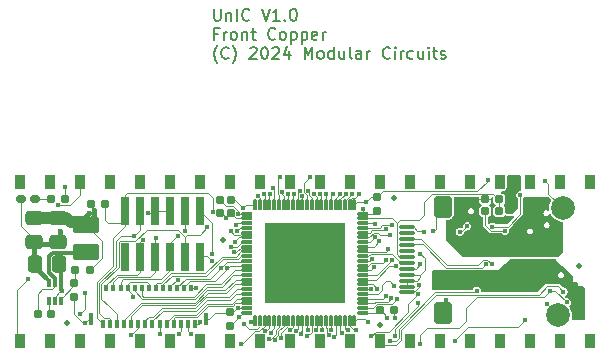
<source format=gbr>
%TF.GenerationSoftware,KiCad,Pcbnew,8.0.1-8.0.1-1~ubuntu22.04.1*%
%TF.CreationDate,2024-05-05T11:37:54-07:00*%
%TF.ProjectId,unic_gw1,756e6963-5f67-4773-912e-6b696361645f,1.0*%
%TF.SameCoordinates,Original*%
%TF.FileFunction,Copper,L1,Top*%
%TF.FilePolarity,Positive*%
%FSLAX46Y46*%
G04 Gerber Fmt 4.6, Leading zero omitted, Abs format (unit mm)*
G04 Created by KiCad (PCBNEW 8.0.1-8.0.1-1~ubuntu22.04.1) date 2024-05-05 11:37:54*
%MOMM*%
%LPD*%
G01*
G04 APERTURE LIST*
G04 Aperture macros list*
%AMRoundRect*
0 Rectangle with rounded corners*
0 $1 Rounding radius*
0 $2 $3 $4 $5 $6 $7 $8 $9 X,Y pos of 4 corners*
0 Add a 4 corners polygon primitive as box body*
4,1,4,$2,$3,$4,$5,$6,$7,$8,$9,$2,$3,0*
0 Add four circle primitives for the rounded corners*
1,1,$1+$1,$2,$3*
1,1,$1+$1,$4,$5*
1,1,$1+$1,$6,$7*
1,1,$1+$1,$8,$9*
0 Add four rect primitives between the rounded corners*
20,1,$1+$1,$2,$3,$4,$5,0*
20,1,$1+$1,$4,$5,$6,$7,0*
20,1,$1+$1,$6,$7,$8,$9,0*
20,1,$1+$1,$8,$9,$2,$3,0*%
G04 Aperture macros list end*
%ADD10C,0.150000*%
%TA.AperFunction,NonConductor*%
%ADD11C,0.150000*%
%TD*%
%TA.AperFunction,SMDPad,CuDef*%
%ADD12RoundRect,0.250000X0.337500X0.475000X-0.337500X0.475000X-0.337500X-0.475000X0.337500X-0.475000X0*%
%TD*%
%TA.AperFunction,SMDPad,CuDef*%
%ADD13C,2.000000*%
%TD*%
%TA.AperFunction,SMDPad,CuDef*%
%ADD14RoundRect,0.160000X-0.222500X-0.160000X0.222500X-0.160000X0.222500X0.160000X-0.222500X0.160000X0*%
%TD*%
%TA.AperFunction,SMDPad,CuDef*%
%ADD15RoundRect,0.085000X-0.085000X0.265000X-0.085000X-0.265000X0.085000X-0.265000X0.085000X0.265000X0*%
%TD*%
%TA.AperFunction,SMDPad,CuDef*%
%ADD16R,0.740000X2.400000*%
%TD*%
%TA.AperFunction,SMDPad,CuDef*%
%ADD17RoundRect,0.160000X0.197500X0.160000X-0.197500X0.160000X-0.197500X-0.160000X0.197500X-0.160000X0*%
%TD*%
%TA.AperFunction,SMDPad,CuDef*%
%ADD18RoundRect,0.250000X-0.475000X0.337500X-0.475000X-0.337500X0.475000X-0.337500X0.475000X0.337500X0*%
%TD*%
%TA.AperFunction,SMDPad,CuDef*%
%ADD19RoundRect,0.250001X0.849999X-0.462499X0.849999X0.462499X-0.849999X0.462499X-0.849999X-0.462499X0*%
%TD*%
%TA.AperFunction,SMDPad,CuDef*%
%ADD20C,0.500000*%
%TD*%
%TA.AperFunction,SMDPad,CuDef*%
%ADD21RoundRect,0.155000X-0.155000X0.212500X-0.155000X-0.212500X0.155000X-0.212500X0.155000X0.212500X0*%
%TD*%
%TA.AperFunction,SMDPad,CuDef*%
%ADD22RoundRect,0.155000X0.155000X-0.212500X0.155000X0.212500X-0.155000X0.212500X-0.155000X-0.212500X0*%
%TD*%
%TA.AperFunction,SMDPad,CuDef*%
%ADD23RoundRect,0.155000X0.212500X0.155000X-0.212500X0.155000X-0.212500X-0.155000X0.212500X-0.155000X0*%
%TD*%
%TA.AperFunction,ComponentPad*%
%ADD24C,0.400000*%
%TD*%
%TA.AperFunction,SMDPad,CuDef*%
%ADD25RoundRect,0.225000X0.225000X-0.400000X0.225000X0.400000X-0.225000X0.400000X-0.225000X-0.400000X0*%
%TD*%
%TA.AperFunction,SMDPad,CuDef*%
%ADD26RoundRect,0.006600X-0.103400X0.423400X-0.103400X-0.423400X0.103400X-0.423400X0.103400X0.423400X0*%
%TD*%
%TA.AperFunction,SMDPad,CuDef*%
%ADD27RoundRect,0.006600X-0.423400X-0.103400X0.423400X-0.103400X0.423400X0.103400X-0.423400X0.103400X0*%
%TD*%
%TA.AperFunction,SMDPad,CuDef*%
%ADD28R,6.740000X6.740000*%
%TD*%
%TA.AperFunction,SMDPad,CuDef*%
%ADD29RoundRect,0.160000X-0.197500X-0.160000X0.197500X-0.160000X0.197500X0.160000X-0.197500X0.160000X0*%
%TD*%
%TA.AperFunction,SMDPad,CuDef*%
%ADD30R,0.355600X0.711200*%
%TD*%
%TA.AperFunction,SMDPad,CuDef*%
%ADD31R,0.355600X0.558800*%
%TD*%
%TA.AperFunction,SMDPad,CuDef*%
%ADD32R,0.406400X1.092200*%
%TD*%
%TA.AperFunction,SMDPad,CuDef*%
%ADD33RoundRect,0.160000X0.160000X-0.197500X0.160000X0.197500X-0.160000X0.197500X-0.160000X-0.197500X0*%
%TD*%
%TA.AperFunction,SMDPad,CuDef*%
%ADD34RoundRect,0.075000X0.575000X-0.075000X0.575000X0.075000X-0.575000X0.075000X-0.575000X-0.075000X0*%
%TD*%
%TA.AperFunction,SMDPad,CuDef*%
%ADD35RoundRect,0.400000X0.400000X-0.550000X0.400000X0.550000X-0.400000X0.550000X-0.400000X-0.550000X0*%
%TD*%
%TA.AperFunction,SMDPad,CuDef*%
%ADD36RoundRect,0.155000X-0.212500X-0.155000X0.212500X-0.155000X0.212500X0.155000X-0.212500X0.155000X0*%
%TD*%
%TA.AperFunction,ViaPad*%
%ADD37C,0.400000*%
%TD*%
%TA.AperFunction,Conductor*%
%ADD38C,0.100000*%
%TD*%
%TA.AperFunction,Conductor*%
%ADD39C,0.300000*%
%TD*%
%TA.AperFunction,Conductor*%
%ADD40C,0.400000*%
%TD*%
%TA.AperFunction,Conductor*%
%ADD41C,1.000000*%
%TD*%
G04 APERTURE END LIST*
D10*
D11*
X55609279Y-41319931D02*
X55609279Y-42129454D01*
X55609279Y-42129454D02*
X55656898Y-42224692D01*
X55656898Y-42224692D02*
X55704517Y-42272312D01*
X55704517Y-42272312D02*
X55799755Y-42319931D01*
X55799755Y-42319931D02*
X55990231Y-42319931D01*
X55990231Y-42319931D02*
X56085469Y-42272312D01*
X56085469Y-42272312D02*
X56133088Y-42224692D01*
X56133088Y-42224692D02*
X56180707Y-42129454D01*
X56180707Y-42129454D02*
X56180707Y-41319931D01*
X56656898Y-41653264D02*
X56656898Y-42319931D01*
X56656898Y-41748502D02*
X56704517Y-41700883D01*
X56704517Y-41700883D02*
X56799755Y-41653264D01*
X56799755Y-41653264D02*
X56942612Y-41653264D01*
X56942612Y-41653264D02*
X57037850Y-41700883D01*
X57037850Y-41700883D02*
X57085469Y-41796121D01*
X57085469Y-41796121D02*
X57085469Y-42319931D01*
X57561660Y-42319931D02*
X57561660Y-41319931D01*
X58609278Y-42224692D02*
X58561659Y-42272312D01*
X58561659Y-42272312D02*
X58418802Y-42319931D01*
X58418802Y-42319931D02*
X58323564Y-42319931D01*
X58323564Y-42319931D02*
X58180707Y-42272312D01*
X58180707Y-42272312D02*
X58085469Y-42177073D01*
X58085469Y-42177073D02*
X58037850Y-42081835D01*
X58037850Y-42081835D02*
X57990231Y-41891359D01*
X57990231Y-41891359D02*
X57990231Y-41748502D01*
X57990231Y-41748502D02*
X58037850Y-41558026D01*
X58037850Y-41558026D02*
X58085469Y-41462788D01*
X58085469Y-41462788D02*
X58180707Y-41367550D01*
X58180707Y-41367550D02*
X58323564Y-41319931D01*
X58323564Y-41319931D02*
X58418802Y-41319931D01*
X58418802Y-41319931D02*
X58561659Y-41367550D01*
X58561659Y-41367550D02*
X58609278Y-41415169D01*
X59656898Y-41319931D02*
X59990231Y-42319931D01*
X59990231Y-42319931D02*
X60323564Y-41319931D01*
X61180707Y-42319931D02*
X60609279Y-42319931D01*
X60894993Y-42319931D02*
X60894993Y-41319931D01*
X60894993Y-41319931D02*
X60799755Y-41462788D01*
X60799755Y-41462788D02*
X60704517Y-41558026D01*
X60704517Y-41558026D02*
X60609279Y-41605645D01*
X61609279Y-42224692D02*
X61656898Y-42272312D01*
X61656898Y-42272312D02*
X61609279Y-42319931D01*
X61609279Y-42319931D02*
X61561660Y-42272312D01*
X61561660Y-42272312D02*
X61609279Y-42224692D01*
X61609279Y-42224692D02*
X61609279Y-42319931D01*
X62275945Y-41319931D02*
X62371183Y-41319931D01*
X62371183Y-41319931D02*
X62466421Y-41367550D01*
X62466421Y-41367550D02*
X62514040Y-41415169D01*
X62514040Y-41415169D02*
X62561659Y-41510407D01*
X62561659Y-41510407D02*
X62609278Y-41700883D01*
X62609278Y-41700883D02*
X62609278Y-41938978D01*
X62609278Y-41938978D02*
X62561659Y-42129454D01*
X62561659Y-42129454D02*
X62514040Y-42224692D01*
X62514040Y-42224692D02*
X62466421Y-42272312D01*
X62466421Y-42272312D02*
X62371183Y-42319931D01*
X62371183Y-42319931D02*
X62275945Y-42319931D01*
X62275945Y-42319931D02*
X62180707Y-42272312D01*
X62180707Y-42272312D02*
X62133088Y-42224692D01*
X62133088Y-42224692D02*
X62085469Y-42129454D01*
X62085469Y-42129454D02*
X62037850Y-41938978D01*
X62037850Y-41938978D02*
X62037850Y-41700883D01*
X62037850Y-41700883D02*
X62085469Y-41510407D01*
X62085469Y-41510407D02*
X62133088Y-41415169D01*
X62133088Y-41415169D02*
X62180707Y-41367550D01*
X62180707Y-41367550D02*
X62275945Y-41319931D01*
X55942612Y-43406065D02*
X55609279Y-43406065D01*
X55609279Y-43929875D02*
X55609279Y-42929875D01*
X55609279Y-42929875D02*
X56085469Y-42929875D01*
X56466422Y-43929875D02*
X56466422Y-43263208D01*
X56466422Y-43453684D02*
X56514041Y-43358446D01*
X56514041Y-43358446D02*
X56561660Y-43310827D01*
X56561660Y-43310827D02*
X56656898Y-43263208D01*
X56656898Y-43263208D02*
X56752136Y-43263208D01*
X57228327Y-43929875D02*
X57133089Y-43882256D01*
X57133089Y-43882256D02*
X57085470Y-43834636D01*
X57085470Y-43834636D02*
X57037851Y-43739398D01*
X57037851Y-43739398D02*
X57037851Y-43453684D01*
X57037851Y-43453684D02*
X57085470Y-43358446D01*
X57085470Y-43358446D02*
X57133089Y-43310827D01*
X57133089Y-43310827D02*
X57228327Y-43263208D01*
X57228327Y-43263208D02*
X57371184Y-43263208D01*
X57371184Y-43263208D02*
X57466422Y-43310827D01*
X57466422Y-43310827D02*
X57514041Y-43358446D01*
X57514041Y-43358446D02*
X57561660Y-43453684D01*
X57561660Y-43453684D02*
X57561660Y-43739398D01*
X57561660Y-43739398D02*
X57514041Y-43834636D01*
X57514041Y-43834636D02*
X57466422Y-43882256D01*
X57466422Y-43882256D02*
X57371184Y-43929875D01*
X57371184Y-43929875D02*
X57228327Y-43929875D01*
X57990232Y-43263208D02*
X57990232Y-43929875D01*
X57990232Y-43358446D02*
X58037851Y-43310827D01*
X58037851Y-43310827D02*
X58133089Y-43263208D01*
X58133089Y-43263208D02*
X58275946Y-43263208D01*
X58275946Y-43263208D02*
X58371184Y-43310827D01*
X58371184Y-43310827D02*
X58418803Y-43406065D01*
X58418803Y-43406065D02*
X58418803Y-43929875D01*
X58752137Y-43263208D02*
X59133089Y-43263208D01*
X58894994Y-42929875D02*
X58894994Y-43787017D01*
X58894994Y-43787017D02*
X58942613Y-43882256D01*
X58942613Y-43882256D02*
X59037851Y-43929875D01*
X59037851Y-43929875D02*
X59133089Y-43929875D01*
X60799756Y-43834636D02*
X60752137Y-43882256D01*
X60752137Y-43882256D02*
X60609280Y-43929875D01*
X60609280Y-43929875D02*
X60514042Y-43929875D01*
X60514042Y-43929875D02*
X60371185Y-43882256D01*
X60371185Y-43882256D02*
X60275947Y-43787017D01*
X60275947Y-43787017D02*
X60228328Y-43691779D01*
X60228328Y-43691779D02*
X60180709Y-43501303D01*
X60180709Y-43501303D02*
X60180709Y-43358446D01*
X60180709Y-43358446D02*
X60228328Y-43167970D01*
X60228328Y-43167970D02*
X60275947Y-43072732D01*
X60275947Y-43072732D02*
X60371185Y-42977494D01*
X60371185Y-42977494D02*
X60514042Y-42929875D01*
X60514042Y-42929875D02*
X60609280Y-42929875D01*
X60609280Y-42929875D02*
X60752137Y-42977494D01*
X60752137Y-42977494D02*
X60799756Y-43025113D01*
X61371185Y-43929875D02*
X61275947Y-43882256D01*
X61275947Y-43882256D02*
X61228328Y-43834636D01*
X61228328Y-43834636D02*
X61180709Y-43739398D01*
X61180709Y-43739398D02*
X61180709Y-43453684D01*
X61180709Y-43453684D02*
X61228328Y-43358446D01*
X61228328Y-43358446D02*
X61275947Y-43310827D01*
X61275947Y-43310827D02*
X61371185Y-43263208D01*
X61371185Y-43263208D02*
X61514042Y-43263208D01*
X61514042Y-43263208D02*
X61609280Y-43310827D01*
X61609280Y-43310827D02*
X61656899Y-43358446D01*
X61656899Y-43358446D02*
X61704518Y-43453684D01*
X61704518Y-43453684D02*
X61704518Y-43739398D01*
X61704518Y-43739398D02*
X61656899Y-43834636D01*
X61656899Y-43834636D02*
X61609280Y-43882256D01*
X61609280Y-43882256D02*
X61514042Y-43929875D01*
X61514042Y-43929875D02*
X61371185Y-43929875D01*
X62133090Y-43263208D02*
X62133090Y-44263208D01*
X62133090Y-43310827D02*
X62228328Y-43263208D01*
X62228328Y-43263208D02*
X62418804Y-43263208D01*
X62418804Y-43263208D02*
X62514042Y-43310827D01*
X62514042Y-43310827D02*
X62561661Y-43358446D01*
X62561661Y-43358446D02*
X62609280Y-43453684D01*
X62609280Y-43453684D02*
X62609280Y-43739398D01*
X62609280Y-43739398D02*
X62561661Y-43834636D01*
X62561661Y-43834636D02*
X62514042Y-43882256D01*
X62514042Y-43882256D02*
X62418804Y-43929875D01*
X62418804Y-43929875D02*
X62228328Y-43929875D01*
X62228328Y-43929875D02*
X62133090Y-43882256D01*
X63037852Y-43263208D02*
X63037852Y-44263208D01*
X63037852Y-43310827D02*
X63133090Y-43263208D01*
X63133090Y-43263208D02*
X63323566Y-43263208D01*
X63323566Y-43263208D02*
X63418804Y-43310827D01*
X63418804Y-43310827D02*
X63466423Y-43358446D01*
X63466423Y-43358446D02*
X63514042Y-43453684D01*
X63514042Y-43453684D02*
X63514042Y-43739398D01*
X63514042Y-43739398D02*
X63466423Y-43834636D01*
X63466423Y-43834636D02*
X63418804Y-43882256D01*
X63418804Y-43882256D02*
X63323566Y-43929875D01*
X63323566Y-43929875D02*
X63133090Y-43929875D01*
X63133090Y-43929875D02*
X63037852Y-43882256D01*
X64323566Y-43882256D02*
X64228328Y-43929875D01*
X64228328Y-43929875D02*
X64037852Y-43929875D01*
X64037852Y-43929875D02*
X63942614Y-43882256D01*
X63942614Y-43882256D02*
X63894995Y-43787017D01*
X63894995Y-43787017D02*
X63894995Y-43406065D01*
X63894995Y-43406065D02*
X63942614Y-43310827D01*
X63942614Y-43310827D02*
X64037852Y-43263208D01*
X64037852Y-43263208D02*
X64228328Y-43263208D01*
X64228328Y-43263208D02*
X64323566Y-43310827D01*
X64323566Y-43310827D02*
X64371185Y-43406065D01*
X64371185Y-43406065D02*
X64371185Y-43501303D01*
X64371185Y-43501303D02*
X63894995Y-43596541D01*
X64799757Y-43929875D02*
X64799757Y-43263208D01*
X64799757Y-43453684D02*
X64847376Y-43358446D01*
X64847376Y-43358446D02*
X64894995Y-43310827D01*
X64894995Y-43310827D02*
X64990233Y-43263208D01*
X64990233Y-43263208D02*
X65085471Y-43263208D01*
X55894993Y-45920771D02*
X55847374Y-45873152D01*
X55847374Y-45873152D02*
X55752136Y-45730295D01*
X55752136Y-45730295D02*
X55704517Y-45635057D01*
X55704517Y-45635057D02*
X55656898Y-45492200D01*
X55656898Y-45492200D02*
X55609279Y-45254104D01*
X55609279Y-45254104D02*
X55609279Y-45063628D01*
X55609279Y-45063628D02*
X55656898Y-44825533D01*
X55656898Y-44825533D02*
X55704517Y-44682676D01*
X55704517Y-44682676D02*
X55752136Y-44587438D01*
X55752136Y-44587438D02*
X55847374Y-44444580D01*
X55847374Y-44444580D02*
X55894993Y-44396961D01*
X56847374Y-45444580D02*
X56799755Y-45492200D01*
X56799755Y-45492200D02*
X56656898Y-45539819D01*
X56656898Y-45539819D02*
X56561660Y-45539819D01*
X56561660Y-45539819D02*
X56418803Y-45492200D01*
X56418803Y-45492200D02*
X56323565Y-45396961D01*
X56323565Y-45396961D02*
X56275946Y-45301723D01*
X56275946Y-45301723D02*
X56228327Y-45111247D01*
X56228327Y-45111247D02*
X56228327Y-44968390D01*
X56228327Y-44968390D02*
X56275946Y-44777914D01*
X56275946Y-44777914D02*
X56323565Y-44682676D01*
X56323565Y-44682676D02*
X56418803Y-44587438D01*
X56418803Y-44587438D02*
X56561660Y-44539819D01*
X56561660Y-44539819D02*
X56656898Y-44539819D01*
X56656898Y-44539819D02*
X56799755Y-44587438D01*
X56799755Y-44587438D02*
X56847374Y-44635057D01*
X57180708Y-45920771D02*
X57228327Y-45873152D01*
X57228327Y-45873152D02*
X57323565Y-45730295D01*
X57323565Y-45730295D02*
X57371184Y-45635057D01*
X57371184Y-45635057D02*
X57418803Y-45492200D01*
X57418803Y-45492200D02*
X57466422Y-45254104D01*
X57466422Y-45254104D02*
X57466422Y-45063628D01*
X57466422Y-45063628D02*
X57418803Y-44825533D01*
X57418803Y-44825533D02*
X57371184Y-44682676D01*
X57371184Y-44682676D02*
X57323565Y-44587438D01*
X57323565Y-44587438D02*
X57228327Y-44444580D01*
X57228327Y-44444580D02*
X57180708Y-44396961D01*
X58656899Y-44635057D02*
X58704518Y-44587438D01*
X58704518Y-44587438D02*
X58799756Y-44539819D01*
X58799756Y-44539819D02*
X59037851Y-44539819D01*
X59037851Y-44539819D02*
X59133089Y-44587438D01*
X59133089Y-44587438D02*
X59180708Y-44635057D01*
X59180708Y-44635057D02*
X59228327Y-44730295D01*
X59228327Y-44730295D02*
X59228327Y-44825533D01*
X59228327Y-44825533D02*
X59180708Y-44968390D01*
X59180708Y-44968390D02*
X58609280Y-45539819D01*
X58609280Y-45539819D02*
X59228327Y-45539819D01*
X59847375Y-44539819D02*
X59942613Y-44539819D01*
X59942613Y-44539819D02*
X60037851Y-44587438D01*
X60037851Y-44587438D02*
X60085470Y-44635057D01*
X60085470Y-44635057D02*
X60133089Y-44730295D01*
X60133089Y-44730295D02*
X60180708Y-44920771D01*
X60180708Y-44920771D02*
X60180708Y-45158866D01*
X60180708Y-45158866D02*
X60133089Y-45349342D01*
X60133089Y-45349342D02*
X60085470Y-45444580D01*
X60085470Y-45444580D02*
X60037851Y-45492200D01*
X60037851Y-45492200D02*
X59942613Y-45539819D01*
X59942613Y-45539819D02*
X59847375Y-45539819D01*
X59847375Y-45539819D02*
X59752137Y-45492200D01*
X59752137Y-45492200D02*
X59704518Y-45444580D01*
X59704518Y-45444580D02*
X59656899Y-45349342D01*
X59656899Y-45349342D02*
X59609280Y-45158866D01*
X59609280Y-45158866D02*
X59609280Y-44920771D01*
X59609280Y-44920771D02*
X59656899Y-44730295D01*
X59656899Y-44730295D02*
X59704518Y-44635057D01*
X59704518Y-44635057D02*
X59752137Y-44587438D01*
X59752137Y-44587438D02*
X59847375Y-44539819D01*
X60561661Y-44635057D02*
X60609280Y-44587438D01*
X60609280Y-44587438D02*
X60704518Y-44539819D01*
X60704518Y-44539819D02*
X60942613Y-44539819D01*
X60942613Y-44539819D02*
X61037851Y-44587438D01*
X61037851Y-44587438D02*
X61085470Y-44635057D01*
X61085470Y-44635057D02*
X61133089Y-44730295D01*
X61133089Y-44730295D02*
X61133089Y-44825533D01*
X61133089Y-44825533D02*
X61085470Y-44968390D01*
X61085470Y-44968390D02*
X60514042Y-45539819D01*
X60514042Y-45539819D02*
X61133089Y-45539819D01*
X61990232Y-44873152D02*
X61990232Y-45539819D01*
X61752137Y-44492200D02*
X61514042Y-45206485D01*
X61514042Y-45206485D02*
X62133089Y-45206485D01*
X63275947Y-45539819D02*
X63275947Y-44539819D01*
X63275947Y-44539819D02*
X63609280Y-45254104D01*
X63609280Y-45254104D02*
X63942613Y-44539819D01*
X63942613Y-44539819D02*
X63942613Y-45539819D01*
X64561661Y-45539819D02*
X64466423Y-45492200D01*
X64466423Y-45492200D02*
X64418804Y-45444580D01*
X64418804Y-45444580D02*
X64371185Y-45349342D01*
X64371185Y-45349342D02*
X64371185Y-45063628D01*
X64371185Y-45063628D02*
X64418804Y-44968390D01*
X64418804Y-44968390D02*
X64466423Y-44920771D01*
X64466423Y-44920771D02*
X64561661Y-44873152D01*
X64561661Y-44873152D02*
X64704518Y-44873152D01*
X64704518Y-44873152D02*
X64799756Y-44920771D01*
X64799756Y-44920771D02*
X64847375Y-44968390D01*
X64847375Y-44968390D02*
X64894994Y-45063628D01*
X64894994Y-45063628D02*
X64894994Y-45349342D01*
X64894994Y-45349342D02*
X64847375Y-45444580D01*
X64847375Y-45444580D02*
X64799756Y-45492200D01*
X64799756Y-45492200D02*
X64704518Y-45539819D01*
X64704518Y-45539819D02*
X64561661Y-45539819D01*
X65752137Y-45539819D02*
X65752137Y-44539819D01*
X65752137Y-45492200D02*
X65656899Y-45539819D01*
X65656899Y-45539819D02*
X65466423Y-45539819D01*
X65466423Y-45539819D02*
X65371185Y-45492200D01*
X65371185Y-45492200D02*
X65323566Y-45444580D01*
X65323566Y-45444580D02*
X65275947Y-45349342D01*
X65275947Y-45349342D02*
X65275947Y-45063628D01*
X65275947Y-45063628D02*
X65323566Y-44968390D01*
X65323566Y-44968390D02*
X65371185Y-44920771D01*
X65371185Y-44920771D02*
X65466423Y-44873152D01*
X65466423Y-44873152D02*
X65656899Y-44873152D01*
X65656899Y-44873152D02*
X65752137Y-44920771D01*
X66656899Y-44873152D02*
X66656899Y-45539819D01*
X66228328Y-44873152D02*
X66228328Y-45396961D01*
X66228328Y-45396961D02*
X66275947Y-45492200D01*
X66275947Y-45492200D02*
X66371185Y-45539819D01*
X66371185Y-45539819D02*
X66514042Y-45539819D01*
X66514042Y-45539819D02*
X66609280Y-45492200D01*
X66609280Y-45492200D02*
X66656899Y-45444580D01*
X67275947Y-45539819D02*
X67180709Y-45492200D01*
X67180709Y-45492200D02*
X67133090Y-45396961D01*
X67133090Y-45396961D02*
X67133090Y-44539819D01*
X68085471Y-45539819D02*
X68085471Y-45016009D01*
X68085471Y-45016009D02*
X68037852Y-44920771D01*
X68037852Y-44920771D02*
X67942614Y-44873152D01*
X67942614Y-44873152D02*
X67752138Y-44873152D01*
X67752138Y-44873152D02*
X67656900Y-44920771D01*
X68085471Y-45492200D02*
X67990233Y-45539819D01*
X67990233Y-45539819D02*
X67752138Y-45539819D01*
X67752138Y-45539819D02*
X67656900Y-45492200D01*
X67656900Y-45492200D02*
X67609281Y-45396961D01*
X67609281Y-45396961D02*
X67609281Y-45301723D01*
X67609281Y-45301723D02*
X67656900Y-45206485D01*
X67656900Y-45206485D02*
X67752138Y-45158866D01*
X67752138Y-45158866D02*
X67990233Y-45158866D01*
X67990233Y-45158866D02*
X68085471Y-45111247D01*
X68561662Y-45539819D02*
X68561662Y-44873152D01*
X68561662Y-45063628D02*
X68609281Y-44968390D01*
X68609281Y-44968390D02*
X68656900Y-44920771D01*
X68656900Y-44920771D02*
X68752138Y-44873152D01*
X68752138Y-44873152D02*
X68847376Y-44873152D01*
X70514043Y-45444580D02*
X70466424Y-45492200D01*
X70466424Y-45492200D02*
X70323567Y-45539819D01*
X70323567Y-45539819D02*
X70228329Y-45539819D01*
X70228329Y-45539819D02*
X70085472Y-45492200D01*
X70085472Y-45492200D02*
X69990234Y-45396961D01*
X69990234Y-45396961D02*
X69942615Y-45301723D01*
X69942615Y-45301723D02*
X69894996Y-45111247D01*
X69894996Y-45111247D02*
X69894996Y-44968390D01*
X69894996Y-44968390D02*
X69942615Y-44777914D01*
X69942615Y-44777914D02*
X69990234Y-44682676D01*
X69990234Y-44682676D02*
X70085472Y-44587438D01*
X70085472Y-44587438D02*
X70228329Y-44539819D01*
X70228329Y-44539819D02*
X70323567Y-44539819D01*
X70323567Y-44539819D02*
X70466424Y-44587438D01*
X70466424Y-44587438D02*
X70514043Y-44635057D01*
X70942615Y-45539819D02*
X70942615Y-44873152D01*
X70942615Y-44539819D02*
X70894996Y-44587438D01*
X70894996Y-44587438D02*
X70942615Y-44635057D01*
X70942615Y-44635057D02*
X70990234Y-44587438D01*
X70990234Y-44587438D02*
X70942615Y-44539819D01*
X70942615Y-44539819D02*
X70942615Y-44635057D01*
X71418805Y-45539819D02*
X71418805Y-44873152D01*
X71418805Y-45063628D02*
X71466424Y-44968390D01*
X71466424Y-44968390D02*
X71514043Y-44920771D01*
X71514043Y-44920771D02*
X71609281Y-44873152D01*
X71609281Y-44873152D02*
X71704519Y-44873152D01*
X72466424Y-45492200D02*
X72371186Y-45539819D01*
X72371186Y-45539819D02*
X72180710Y-45539819D01*
X72180710Y-45539819D02*
X72085472Y-45492200D01*
X72085472Y-45492200D02*
X72037853Y-45444580D01*
X72037853Y-45444580D02*
X71990234Y-45349342D01*
X71990234Y-45349342D02*
X71990234Y-45063628D01*
X71990234Y-45063628D02*
X72037853Y-44968390D01*
X72037853Y-44968390D02*
X72085472Y-44920771D01*
X72085472Y-44920771D02*
X72180710Y-44873152D01*
X72180710Y-44873152D02*
X72371186Y-44873152D01*
X72371186Y-44873152D02*
X72466424Y-44920771D01*
X73323567Y-44873152D02*
X73323567Y-45539819D01*
X72894996Y-44873152D02*
X72894996Y-45396961D01*
X72894996Y-45396961D02*
X72942615Y-45492200D01*
X72942615Y-45492200D02*
X73037853Y-45539819D01*
X73037853Y-45539819D02*
X73180710Y-45539819D01*
X73180710Y-45539819D02*
X73275948Y-45492200D01*
X73275948Y-45492200D02*
X73323567Y-45444580D01*
X73799758Y-45539819D02*
X73799758Y-44873152D01*
X73799758Y-44539819D02*
X73752139Y-44587438D01*
X73752139Y-44587438D02*
X73799758Y-44635057D01*
X73799758Y-44635057D02*
X73847377Y-44587438D01*
X73847377Y-44587438D02*
X73799758Y-44539819D01*
X73799758Y-44539819D02*
X73799758Y-44635057D01*
X74133091Y-44873152D02*
X74514043Y-44873152D01*
X74275948Y-44539819D02*
X74275948Y-45396961D01*
X74275948Y-45396961D02*
X74323567Y-45492200D01*
X74323567Y-45492200D02*
X74418805Y-45539819D01*
X74418805Y-45539819D02*
X74514043Y-45539819D01*
X74799758Y-45492200D02*
X74894996Y-45539819D01*
X74894996Y-45539819D02*
X75085472Y-45539819D01*
X75085472Y-45539819D02*
X75180710Y-45492200D01*
X75180710Y-45492200D02*
X75228329Y-45396961D01*
X75228329Y-45396961D02*
X75228329Y-45349342D01*
X75228329Y-45349342D02*
X75180710Y-45254104D01*
X75180710Y-45254104D02*
X75085472Y-45206485D01*
X75085472Y-45206485D02*
X74942615Y-45206485D01*
X74942615Y-45206485D02*
X74847377Y-45158866D01*
X74847377Y-45158866D02*
X74799758Y-45063628D01*
X74799758Y-45063628D02*
X74799758Y-45016009D01*
X74799758Y-45016009D02*
X74847377Y-44920771D01*
X74847377Y-44920771D02*
X74942615Y-44873152D01*
X74942615Y-44873152D02*
X75085472Y-44873152D01*
X75085472Y-44873152D02*
X75180710Y-44920771D01*
D12*
%TO.P,C5,1*%
%TO.N,LINE*%
X42515000Y-62950000D03*
%TO.P,C5,2*%
%TO.N,GND*%
X40440000Y-62950000D03*
%TD*%
D13*
%TO.P,TP4,1,1*%
%TO.N,+1V2*%
X85150000Y-58175000D03*
%TD*%
%TO.P,TP1,1,1*%
%TO.N,LINE*%
X81277500Y-64150000D03*
%TD*%
D14*
%TO.P,LED_DONE1,1,K*%
%TO.N,GND*%
X39305000Y-57450000D03*
%TO.P,LED_DONE1,2,A*%
%TO.N,Net-(LED_DONE1-A)*%
X40450000Y-57450000D03*
%TD*%
D15*
%TO.P,U6,1,VIN*%
%TO.N,LINE*%
X42628500Y-64550000D03*
%TO.P,U6,2,SW*%
%TO.N,Net-(U6-SW)*%
X42128500Y-64550000D03*
%TO.P,U6,3,GND*%
%TO.N,GND*%
X41628500Y-64550000D03*
%TO.P,U6,4,BST*%
%TO.N,Net-(U6-BST)*%
X41628500Y-66050000D03*
%TO.P,U6,5,EN*%
%TO.N,LINE*%
X42128500Y-66050000D03*
%TO.P,U6,6,FB*%
%TO.N,Net-(U6-FB)*%
X42628500Y-66050000D03*
%TD*%
D16*
%TO.P,J_JTAG1,1,Pin_1*%
%TO.N,/IO6B*%
X54422500Y-58420000D03*
%TO.P,J_JTAG1,2,Pin_2*%
%TO.N,/IO6A*%
X54422500Y-62320000D03*
%TO.P,J_JTAG1,3,Pin_3*%
%TO.N,+3V3*%
X53152500Y-58420000D03*
%TO.P,J_JTAG1,4,Pin_4*%
%TO.N,/JTAG_TMS*%
X53152500Y-62320000D03*
%TO.P,J_JTAG1,5,Pin_5*%
%TO.N,GND*%
X51882500Y-58420000D03*
%TO.P,J_JTAG1,6,Pin_6*%
%TO.N,/JTAG_TCK*%
X51882500Y-62320000D03*
%TO.P,J_JTAG1,7,Pin_7*%
%TO.N,GND*%
X50612500Y-58420000D03*
%TO.P,J_JTAG1,8,Pin_8*%
%TO.N,/JTAG_TDO*%
X50612500Y-62320000D03*
%TO.P,J_JTAG1,9,Pin_9*%
%TO.N,/RECONFIG_N*%
X49342500Y-58420000D03*
%TO.P,J_JTAG1,10,Pin_10*%
%TO.N,/JTAG_TDI*%
X49342500Y-62320000D03*
%TO.P,J_JTAG1,11,Pin_11*%
%TO.N,/JTAG_SEL_N*%
X48072500Y-58420000D03*
%TO.P,J_JTAG1,12,Pin_12*%
%TO.N,unconnected-(J_JTAG1-Pin_12-Pad12)*%
X48072500Y-62320000D03*
%TD*%
D17*
%TO.P,R16,1*%
%TO.N,+3V3*%
X45180000Y-57850000D03*
%TO.P,R16,2*%
%TO.N,/JTAG_SEL_N*%
X46375000Y-57850000D03*
%TD*%
D18*
%TO.P,C7,1*%
%TO.N,+3V3*%
X40377500Y-59012500D03*
%TO.P,C7,2*%
%TO.N,GND*%
X40377500Y-61087500D03*
%TD*%
D17*
%TO.P,R2,1*%
%TO.N,+3V3*%
X78580000Y-57450000D03*
%TO.P,R2,2*%
%TO.N,/LCD_RST_N*%
X79775000Y-57450000D03*
%TD*%
D13*
%TO.P,TP2,1,1*%
%TO.N,+5V*%
X84777500Y-67250000D03*
%TD*%
D19*
%TO.P,L1,1*%
%TO.N,Net-(U6-SW)*%
X44777500Y-61912500D03*
%TO.P,L1,2*%
%TO.N,+3V3*%
X44777500Y-59587500D03*
%TD*%
D20*
%TO.P,FID2,*%
%TO.N,*%
X70877500Y-57350000D03*
%TD*%
D21*
%TO.P,C11,1*%
%TO.N,+3V3*%
X56967500Y-68157500D03*
%TO.P,C11,2*%
%TO.N,GND*%
X56967500Y-67022500D03*
%TD*%
D22*
%TO.P,C20,1*%
%TO.N,+1V2*%
X57067500Y-57482500D03*
%TO.P,C20,2*%
%TO.N,GND*%
X57067500Y-58617500D03*
%TD*%
D23*
%TO.P,C15,1*%
%TO.N,+3V3*%
X69680000Y-66820000D03*
%TO.P,C15,2*%
%TO.N,GND*%
X70815000Y-66820000D03*
%TD*%
D22*
%TO.P,C23,1*%
%TO.N,+1V2*%
X69427500Y-57282500D03*
%TO.P,C23,2*%
%TO.N,GND*%
X69427500Y-58417500D03*
%TD*%
D24*
%TO.P,SOCKET1,1,Pin_1*%
%TO.N,/PIN1*%
X39172500Y-69570000D03*
D25*
X39172500Y-69445000D03*
D24*
%TO.P,SOCKET1,2,Pin_2*%
%TO.N,/PIN2*%
X41712500Y-69570000D03*
D25*
X41712500Y-69445000D03*
D24*
%TO.P,SOCKET1,3,Pin_3*%
%TO.N,/PIN3*%
X44252500Y-69570000D03*
D25*
X44252500Y-69445000D03*
D24*
%TO.P,SOCKET1,4,Pin_4*%
%TO.N,/PIN4*%
X46792500Y-69570000D03*
D25*
X46792500Y-69445000D03*
D24*
%TO.P,SOCKET1,5,Pin_5*%
%TO.N,/PIN5*%
X49332500Y-69570000D03*
D25*
X49332500Y-69445000D03*
D24*
%TO.P,SOCKET1,6,Pin_6*%
%TO.N,/PIN6*%
X51872500Y-69570000D03*
D25*
X51872500Y-69445000D03*
D24*
%TO.P,SOCKET1,7,Pin_7*%
%TO.N,/PIN7*%
X54412500Y-69570000D03*
D25*
X54412500Y-69445000D03*
D24*
%TO.P,SOCKET1,8,Pin_8*%
%TO.N,/PIN8*%
X56952500Y-69570000D03*
D25*
X56952500Y-69445000D03*
D24*
%TO.P,SOCKET1,9,Pin_9*%
%TO.N,/PIN9*%
X59492500Y-69570000D03*
D25*
X59492500Y-69445000D03*
D24*
%TO.P,SOCKET1,10,Pin_10*%
%TO.N,/PIN10*%
X62032500Y-69570000D03*
D25*
X62032500Y-69445000D03*
D24*
%TO.P,SOCKET1,11,Pin_11*%
%TO.N,/PIN11*%
X64572500Y-69570000D03*
D25*
X64572500Y-69445000D03*
D24*
%TO.P,SOCKET1,12,Pin_12*%
%TO.N,/PIN12*%
X67112500Y-69570000D03*
D25*
X67112500Y-69445000D03*
D24*
%TO.P,SOCKET1,13,Pin_13*%
%TO.N,/PIN13*%
X69652500Y-69570000D03*
D25*
X69652500Y-69445000D03*
D24*
%TO.P,SOCKET1,14,Pin_14*%
%TO.N,/PIN14*%
X72192500Y-69570000D03*
D25*
X72192500Y-69445000D03*
D24*
%TO.P,SOCKET1,15,Pin_15*%
%TO.N,/PIN15*%
X74732500Y-69570000D03*
D25*
X74732500Y-69445000D03*
D24*
%TO.P,SOCKET1,16,Pin_16*%
%TO.N,/PIN16*%
X77272500Y-69570000D03*
D25*
X77272500Y-69445000D03*
D24*
%TO.P,SOCKET1,17,Pin_17*%
%TO.N,/PIN17*%
X79812500Y-69570000D03*
D25*
X79812500Y-69445000D03*
D24*
%TO.P,SOCKET1,18,Pin_18*%
%TO.N,/PIN18*%
X82352500Y-69570000D03*
D25*
X82352500Y-69445000D03*
D24*
%TO.P,SOCKET1,19,Pin_19*%
%TO.N,/PIN19*%
X84892500Y-69570000D03*
D25*
X84892500Y-69445000D03*
D24*
%TO.P,SOCKET1,20,Pin_20*%
%TO.N,/PIN20*%
X87432500Y-69570000D03*
D25*
X87432500Y-69445000D03*
%TO.P,SOCKET1,21,Pin_21*%
%TO.N,/PIN21*%
X87432500Y-55955000D03*
D24*
X87432500Y-55830000D03*
D25*
%TO.P,SOCKET1,22,Pin_22*%
%TO.N,/PIN22*%
X84892500Y-55955000D03*
D24*
X84892500Y-55830000D03*
D25*
%TO.P,SOCKET1,23,Pin_23*%
%TO.N,/PIN23*%
X82352500Y-55955000D03*
D24*
X82352500Y-55830000D03*
D25*
%TO.P,SOCKET1,24,Pin_24*%
%TO.N,/PIN24*%
X79812500Y-55955000D03*
D24*
X79812500Y-55830000D03*
D25*
%TO.P,SOCKET1,25,Pin_25*%
%TO.N,/PIN25*%
X77272500Y-55955000D03*
D24*
X77272500Y-55830000D03*
D25*
%TO.P,SOCKET1,26,Pin_26*%
%TO.N,/PIN26*%
X74732500Y-55955000D03*
D24*
X74732500Y-55830000D03*
D25*
%TO.P,SOCKET1,27,Pin_27*%
%TO.N,/PIN27*%
X72192500Y-55955000D03*
D24*
X72192500Y-55830000D03*
D25*
%TO.P,SOCKET1,28,Pin_28*%
%TO.N,/PIN28*%
X69652500Y-55955000D03*
D24*
X69652500Y-55830000D03*
D25*
%TO.P,SOCKET1,29,Pin_29*%
%TO.N,/PIN29*%
X67112500Y-55955000D03*
D24*
X67112500Y-55830000D03*
D25*
%TO.P,SOCKET1,30,Pin_30*%
%TO.N,/PIN30*%
X64572500Y-55955000D03*
D24*
X64572500Y-55830000D03*
D25*
%TO.P,SOCKET1,31,Pin_31*%
%TO.N,/PIN31*%
X62032500Y-55955000D03*
D24*
X62032500Y-55830000D03*
D25*
%TO.P,SOCKET1,32,Pin_32*%
%TO.N,/PIN32*%
X59492500Y-55955000D03*
D24*
X59492500Y-55830000D03*
D25*
%TO.P,SOCKET1,33,Pin_33*%
%TO.N,/PIN33*%
X56952500Y-55955000D03*
D24*
X56952500Y-55830000D03*
D25*
%TO.P,SOCKET1,34,Pin_34*%
%TO.N,/PIN34*%
X54412500Y-55955000D03*
D24*
X54412500Y-55830000D03*
D25*
%TO.P,SOCKET1,35,Pin_35*%
%TO.N,/PIN35*%
X51872500Y-55955000D03*
D24*
X51872500Y-55830000D03*
D25*
%TO.P,SOCKET1,36,Pin_36*%
%TO.N,/PIN36*%
X49332500Y-55955000D03*
D24*
X49332500Y-55830000D03*
D25*
%TO.P,SOCKET1,37,Pin_37*%
%TO.N,/PIN37*%
X46792500Y-55955000D03*
D24*
X46792500Y-55830000D03*
D25*
%TO.P,SOCKET1,38,Pin_38*%
%TO.N,/PIN38*%
X44252500Y-55955000D03*
D24*
X44252500Y-55830000D03*
D25*
%TO.P,SOCKET1,39,Pin_39*%
%TO.N,/PIN39*%
X41712500Y-55955000D03*
D24*
X41712500Y-55830000D03*
D25*
%TO.P,SOCKET1,40,Pin_40*%
%TO.N,/PIN40*%
X39172500Y-55955000D03*
D24*
X39172500Y-55830000D03*
%TD*%
D26*
%TO.P,U1,1,VCC*%
%TO.N,+1V2*%
X67502500Y-57915500D03*
%TO.P,U1,2,VSS*%
%TO.N,GND*%
X67102500Y-57915500D03*
%TO.P,U1,3,IOL2A*%
%TO.N,/PIN27_F*%
X66702500Y-57915500D03*
%TO.P,U1,4,IOL5A/JTAGSEL_N/LPLL_T_IN*%
%TO.N,/JTAG_SEL_N*%
X66302500Y-57915500D03*
%TO.P,U1,5,IOL11A/TMS*%
%TO.N,/JTAG_TMS*%
X65902500Y-57915500D03*
%TO.P,U1,6,IOL11B/TCK*%
%TO.N,/JTAG_TCK*%
X65502500Y-57915500D03*
%TO.P,U1,7,IOL12B/TDI*%
%TO.N,/JTAG_TDI*%
X65102500Y-57915500D03*
%TO.P,U1,8,IOL13A/TDO*%
%TO.N,/JTAG_TDO*%
X64702500Y-57915500D03*
%TO.P,U1,9,IOL13B/RECONFIG_N*%
%TO.N,/RECONFIG_N*%
X64302500Y-57915500D03*
%TO.P,U1,10,IOL14A/DONE*%
%TO.N,/DONE*%
X63902500Y-57915500D03*
%TO.P,U1,11,IOL15A/GCLKT_6*%
%TO.N,/PIN28_F*%
X63502500Y-57915500D03*
%TO.P,U1,12,VCCO3*%
%TO.N,+3V3*%
X63102500Y-57915500D03*
%TO.P,U1,13,IOL22A*%
%TO.N,/PIN33_F*%
X62702500Y-57915500D03*
%TO.P,U1,14,IOL22B*%
%TO.N,/PIN34_F*%
X62302500Y-57915500D03*
%TO.P,U1,15,IOL26A*%
%TO.N,/PIN35_F*%
X61902500Y-57915500D03*
%TO.P,U1,16,IOL26B*%
%TO.N,/PIN36_F*%
X61502500Y-57915500D03*
%TO.P,U1,17,IOB2A*%
%TO.N,/PIN39_F*%
X61102500Y-57915500D03*
%TO.P,U1,18,IOB2B*%
%TO.N,/PIN38_F*%
X60702500Y-57915500D03*
%TO.P,U1,19,IOB4A*%
%TO.N,/PIN40_F*%
X60302500Y-57915500D03*
%TO.P,U1,20,IOB4B*%
%TO.N,/PIN37_F*%
X59902500Y-57915500D03*
%TO.P,U1,21,VSS*%
%TO.N,GND*%
X59502500Y-57915500D03*
%TO.P,U1,22,VCC*%
%TO.N,+1V2*%
X59102500Y-57915500D03*
D27*
%TO.P,U1,23,VCCO2*%
%TO.N,+3V3*%
X58367500Y-58650500D03*
%TO.P,U1,24,VSS*%
%TO.N,GND*%
X58367500Y-59050500D03*
%TO.P,U1,25,IOB8A*%
%TO.N,/PIN6_F*%
X58367500Y-59450500D03*
%TO.P,U1,26,IOB8B*%
%TO.N,/PIN5_F*%
X58367500Y-59850500D03*
%TO.P,U1,27,IOB11A*%
%TO.N,/PIN3_F*%
X58367500Y-60250500D03*
%TO.P,U1,28,IOB11B*%
%TO.N,/PIN4_F*%
X58367500Y-60650500D03*
%TO.P,U1,29,IOB13A*%
%TO.N,/PIN1_F*%
X58367500Y-61050500D03*
%TO.P,U1,30,IOB13B*%
%TO.N,/PIN2_F*%
X58367500Y-61450500D03*
%TO.P,U1,31,IOB17A*%
%TO.N,/IO4A*%
X58367500Y-61850500D03*
%TO.P,U1,32,IOB17B*%
%TO.N,/IO4B*%
X58367500Y-62250500D03*
%TO.P,U1,33,IOB23A*%
%TO.N,/IO6A*%
X58367500Y-62650500D03*
%TO.P,U1,34,IOB23B*%
%TO.N,/IO6B*%
X58367500Y-63050500D03*
%TO.P,U1,35,IOB29A/GCLKT_4*%
%TO.N,/IO2B*%
X58367500Y-63450500D03*
%TO.P,U1,36,IOB29B/GCLKC_4*%
%TO.N,/IO2A*%
X58367500Y-63850500D03*
%TO.P,U1,37,IOB31A*%
%TO.N,/IO1A*%
X58367500Y-64250500D03*
%TO.P,U1,38,IOB31B*%
%TO.N,/IO1B*%
X58367500Y-64650500D03*
%TO.P,U1,39,IOB33A*%
%TO.N,/IO3A*%
X58367500Y-65050500D03*
%TO.P,U1,40,IOB33B*%
%TO.N,/IO3B*%
X58367500Y-65450500D03*
%TO.P,U1,41,IOB41A*%
%TO.N,/IO5A*%
X58367500Y-65850500D03*
%TO.P,U1,42,IOB41B*%
%TO.N,/IO5B*%
X58367500Y-66250500D03*
%TO.P,U1,43,VSS*%
%TO.N,GND*%
X58367500Y-66650500D03*
%TO.P,U1,44,VCCO2*%
%TO.N,+3V3*%
X58367500Y-67050500D03*
D26*
%TO.P,U1,45,VCC*%
%TO.N,+1V2*%
X59102500Y-67785500D03*
%TO.P,U1,46,VSS*%
%TO.N,GND*%
X59502500Y-67785500D03*
%TO.P,U1,47,IOB43B*%
%TO.N,/PIN7_F*%
X59902500Y-67785500D03*
%TO.P,U1,48,IOR24B*%
%TO.N,/PIN8_F*%
X60302500Y-67785500D03*
%TO.P,U1,49,IOR24A*%
%TO.N,/PIN19_F*%
X60702500Y-67785500D03*
%TO.P,U1,50,IOR22B*%
%TO.N,/PIN12_F*%
X61102500Y-67785500D03*
%TO.P,U1,51,IOR17B/GCLKC_3*%
%TO.N,/PIN18_F*%
X61502500Y-67785500D03*
%TO.P,U1,52,IOR17A/GCLKT_3*%
%TO.N,/CLK1*%
X61902500Y-67785500D03*
%TO.P,U1,53,IOR15B/DOUT/WE_N*%
%TO.N,/PIN17_F*%
X62302500Y-67785500D03*
%TO.P,U1,54,IOR15A/DIN/CLKHOLD_N*%
%TO.N,/PIN16_F*%
X62702500Y-67785500D03*
%TO.P,U1,55,IOR14B/SSPI_CS_N/D0*%
%TO.N,/SPI_IO2*%
X63102500Y-67785500D03*
%TO.P,U1,56,IOR14A/SO/D1*%
%TO.N,/SPI_IO3*%
X63502500Y-67785500D03*
%TO.P,U1,57,IOR13A/FASTRD_N/D3*%
%TO.N,Net-(U1-IOR13A{slash}FASTRD_N{slash}D3)*%
X63902500Y-67785500D03*
%TO.P,U1,58,VCCO1*%
%TO.N,+3V3*%
X64302500Y-67785500D03*
%TO.P,U1,59,IOR12B/MCLK/D4*%
%TO.N,/SPI_CLK*%
X64702500Y-67785500D03*
%TO.P,U1,60,IOR12A/MCS_N/D5*%
%TO.N,/FLASH_CS_N*%
X65102500Y-67785500D03*
%TO.P,U1,61,IOR11B/MO/D6*%
%TO.N,/SPI_MOSI_IO0*%
X65502500Y-67785500D03*
%TO.P,U1,62,IOR11A/MI/D7*%
%TO.N,/SPI_MISO_IO1*%
X65902500Y-67785500D03*
%TO.P,U1,63,IOR5A/RPLL_T_IN*%
%TO.N,/PIN14_F*%
X66302500Y-67785500D03*
%TO.P,U1,64,VCCX*%
%TO.N,+3V3*%
X66702500Y-67785500D03*
%TO.P,U1,65,VSS*%
%TO.N,GND*%
X67102500Y-67785500D03*
%TO.P,U1,66,VCC*%
%TO.N,+1V2*%
X67502500Y-67785500D03*
D27*
%TO.P,U1,67,VCCO0*%
%TO.N,+3V3*%
X68237500Y-67050500D03*
%TO.P,U1,68,IOT42B*%
%TO.N,/PIN15_F*%
X68237500Y-66650500D03*
%TO.P,U1,69,IOT42A*%
%TO.N,/PIN10_F*%
X68237500Y-66250500D03*
%TO.P,U1,70,IOT41B*%
%TO.N,/PIN9_F*%
X68237500Y-65850500D03*
%TO.P,U1,71,IOT41A*%
%TO.N,/PIN20_F*%
X68237500Y-65450500D03*
%TO.P,U1,72,IOT39B*%
%TO.N,/PIN13_F*%
X68237500Y-65050500D03*
%TO.P,U1,73,IOT39A*%
%TO.N,/PIN11_F*%
X68237500Y-64650500D03*
%TO.P,U1,74,IOT38B*%
%TO.N,/PIN30_F*%
X68237500Y-64250500D03*
%TO.P,U1,75,IOT38A*%
%TO.N,/PIN21_F*%
X68237500Y-63850500D03*
%TO.P,U1,76,IOT37B*%
%TO.N,/PSRAM_CS_N*%
X68237500Y-63450500D03*
%TO.P,U1,77,IOT37A*%
%TO.N,/PIN22_F*%
X68237500Y-63050500D03*
%TO.P,U1,78,VCCX*%
%TO.N,+3V3*%
X68237500Y-62650500D03*
%TO.P,U1,79,IOT12B*%
%TO.N,/LCD_CS_N*%
X68237500Y-62250500D03*
%TO.P,U1,80,IOT12A*%
%TO.N,/PIN23_F*%
X68237500Y-61850500D03*
%TO.P,U1,81,IOT11B*%
%TO.N,/PIN29_F*%
X68237500Y-61450500D03*
%TO.P,U1,82,IOT11A*%
%TO.N,/PIN24_F*%
X68237500Y-61050500D03*
%TO.P,U1,83,IOT10B*%
%TO.N,/PIN25_F*%
X68237500Y-60650500D03*
%TO.P,U1,84,IOT10A*%
%TO.N,/PIN32_F*%
X68237500Y-60250500D03*
%TO.P,U1,85,IOT8B*%
%TO.N,/PIN26_F*%
X68237500Y-59850500D03*
%TO.P,U1,86,IOT8A*%
%TO.N,/PIN31_F*%
X68237500Y-59450500D03*
%TO.P,U1,87,IOT6B/MODE1*%
%TO.N,/LCD_RST_N*%
X68237500Y-59050500D03*
%TO.P,U1,88,IOT5A/MODE0*%
%TO.N,GND*%
X68237500Y-58650500D03*
D28*
%TO.P,U1,89,EXP*%
X63302500Y-62850500D03*
%TD*%
D20*
%TO.P,FID9,*%
%TO.N,*%
X69677500Y-68050000D03*
%TD*%
%TO.P,FID6,*%
%TO.N,*%
X86477500Y-63050000D03*
%TD*%
D13*
%TO.P,TP3,1,1*%
%TO.N,+3V3*%
X83732500Y-61170000D03*
%TD*%
D29*
%TO.P,R3,1*%
%TO.N,/LCD_RST_N*%
X79775000Y-58450000D03*
%TO.P,R3,2*%
%TO.N,GND*%
X78580000Y-58450000D03*
%TD*%
D20*
%TO.P,FID8,*%
%TO.N,*%
X56377500Y-60850000D03*
%TD*%
%TO.P,FID4,*%
%TO.N,*%
X43177500Y-67950000D03*
%TD*%
D29*
%TO.P,R1,1*%
%TO.N,/DONE*%
X42975000Y-57450000D03*
%TO.P,R1,2*%
%TO.N,Net-(LED_DONE1-A)*%
X41780000Y-57450000D03*
%TD*%
D18*
%TO.P,C8,1*%
%TO.N,+3V3*%
X42377500Y-59012500D03*
%TO.P,C8,2*%
%TO.N,GND*%
X42377500Y-61087500D03*
%TD*%
D30*
%TO.P,J_EXT1,1,Pin_1*%
%TO.N,/JTAG_SEL_N*%
X46197500Y-67982389D03*
D31*
%TO.P,J_EXT1,2,Pin_2*%
%TO.N,/JTAG_TDI*%
X46497500Y-64967379D03*
D30*
%TO.P,J_EXT1,3,Pin_3*%
%TO.N,/RECONFIG_N*%
X46797499Y-67982389D03*
D31*
%TO.P,J_EXT1,4,Pin_4*%
%TO.N,/JTAG_TDO*%
X47097501Y-64967379D03*
D30*
%TO.P,J_EXT1,5,Pin_5*%
%TO.N,/JTAG_TMS*%
X47397500Y-67982389D03*
D31*
%TO.P,J_EXT1,6,Pin_6*%
%TO.N,/JTAG_TCK*%
X47697500Y-64967379D03*
D30*
%TO.P,J_EXT1,7,Pin_7*%
%TO.N,/IO1A*%
X47997499Y-67982389D03*
D31*
%TO.P,J_EXT1,8,Pin_8*%
%TO.N,GND*%
X48297501Y-64967379D03*
D30*
%TO.P,J_EXT1,9,Pin_9*%
%TO.N,/IO1B*%
X48597500Y-67982389D03*
D31*
%TO.P,J_EXT1,10,Pin_10*%
%TO.N,/IO2A*%
X48897500Y-64967379D03*
D30*
%TO.P,J_EXT1,11,Pin_11*%
%TO.N,GND*%
X49197499Y-67982389D03*
D31*
%TO.P,J_EXT1,12,Pin_12*%
%TO.N,/IO2B*%
X49497501Y-64967379D03*
D30*
%TO.P,J_EXT1,13,Pin_13*%
%TO.N,/IO3A*%
X49797501Y-67982389D03*
D31*
%TO.P,J_EXT1,14,Pin_14*%
%TO.N,GND*%
X50097500Y-64967379D03*
D30*
%TO.P,J_EXT1,15,Pin_15*%
%TO.N,/IO3B*%
X50397499Y-67982389D03*
D31*
%TO.P,J_EXT1,16,Pin_16*%
%TO.N,/IO4A*%
X50697501Y-64967379D03*
D30*
%TO.P,J_EXT1,17,Pin_17*%
%TO.N,GND*%
X50997501Y-67982389D03*
D31*
%TO.P,J_EXT1,18,Pin_18*%
%TO.N,/IO4B*%
X51297500Y-64967379D03*
D30*
%TO.P,J_EXT1,19,Pin_19*%
%TO.N,/IO5A*%
X51597500Y-67982389D03*
D31*
%TO.P,J_EXT1,20,Pin_20*%
%TO.N,GND*%
X51897501Y-64967379D03*
D30*
%TO.P,J_EXT1,21,Pin_21*%
%TO.N,/IO5B*%
X52197501Y-67982389D03*
D31*
%TO.P,J_EXT1,22,Pin_22*%
%TO.N,/IO6A*%
X52497500Y-64967379D03*
D30*
%TO.P,J_EXT1,23,Pin_23*%
%TO.N,GND*%
X52797500Y-67982389D03*
D31*
%TO.P,J_EXT1,24,Pin_24*%
%TO.N,/IO6B*%
X53097502Y-64967379D03*
D30*
%TO.P,J_EXT1,25,Pin_25*%
%TO.N,+3V3*%
X53397501Y-67982389D03*
D31*
%TO.P,J_EXT1,26,Pin_26*%
X53697500Y-64967379D03*
D30*
%TO.P,J_EXT1,27,Pin_27*%
%TO.N,+5V*%
X53997500Y-67982389D03*
D32*
%TO.P,J_EXT1,MP,MountPin*%
%TO.N,GND*%
X45222498Y-67615700D03*
X54972502Y-67615700D03*
%TD*%
D29*
%TO.P,R4,1*%
%TO.N,+3V3*%
X45075000Y-63450000D03*
%TO.P,R4,2*%
%TO.N,Net-(U6-FB)*%
X43880000Y-63450000D03*
%TD*%
D33*
%TO.P,R5,1*%
%TO.N,Net-(U6-FB)*%
X43777500Y-64552500D03*
%TO.P,R5,2*%
%TO.N,GND*%
X43777500Y-65747500D03*
%TD*%
D34*
%TO.P,J_DISPLAY1,1,Pin_1*%
%TO.N,GND*%
X71938500Y-65323000D03*
%TO.P,J_DISPLAY1,2,Pin_2*%
%TO.N,+3V3*%
X71938500Y-64823000D03*
%TO.P,J_DISPLAY1,3,Pin_3*%
X71938500Y-64323000D03*
%TO.P,J_DISPLAY1,4,Pin_4*%
X71938500Y-63823000D03*
%TO.P,J_DISPLAY1,5,Pin_5*%
%TO.N,GND*%
X71938500Y-63323000D03*
%TO.P,J_DISPLAY1,6,Pin_6*%
%TO.N,/LCD_CS_N*%
X71938500Y-62823000D03*
%TO.P,J_DISPLAY1,7,Pin_7*%
%TO.N,/LCD_RST_N*%
X71938500Y-62323000D03*
%TO.P,J_DISPLAY1,8,Pin_8*%
%TO.N,unconnected-(J_DISPLAY1-Pin_8-Pad8)*%
X71938500Y-61823000D03*
%TO.P,J_DISPLAY1,9,Pin_9*%
%TO.N,/SPI_CLK*%
X71938500Y-61323000D03*
%TO.P,J_DISPLAY1,10,Pin_10*%
%TO.N,/SPI_MOSI_IO0*%
X71938500Y-60823000D03*
%TO.P,J_DISPLAY1,11,Pin_11*%
%TO.N,unconnected-(J_DISPLAY1-Pin_11-Pad11)*%
X71932214Y-60327280D03*
%TO.P,J_DISPLAY1,12,Pin_12*%
%TO.N,GND*%
X71938500Y-59823000D03*
D35*
%TO.P,J_DISPLAY1,MP,MountPin*%
X74988500Y-67073000D03*
X74988500Y-58073000D03*
%TD*%
D22*
%TO.P,C4,1*%
%TO.N,+3V3*%
X56117500Y-57482500D03*
%TO.P,C4,2*%
%TO.N,GND*%
X56117500Y-58617500D03*
%TD*%
D36*
%TO.P,C6,1*%
%TO.N,Net-(U6-BST)*%
X41845000Y-67150000D03*
%TO.P,C6,2*%
%TO.N,Net-(U6-SW)*%
X40710000Y-67150000D03*
%TD*%
D37*
%TO.N,GND*%
X80237500Y-60110000D03*
X68247500Y-58230000D03*
X67620500Y-68520498D03*
X66377500Y-63730000D03*
X61677500Y-62150000D03*
X74177500Y-60150000D03*
X72937500Y-64710000D03*
X59330494Y-57139500D03*
X57627000Y-66650500D03*
X52537500Y-64259020D03*
X52606340Y-68820011D03*
X75277500Y-65950000D03*
X51007500Y-68820000D03*
X44722000Y-67940000D03*
X61107500Y-65960000D03*
X48733000Y-65750000D03*
X56637500Y-59000000D03*
X58123916Y-67971352D03*
X73357500Y-60190000D03*
X67854103Y-56990871D03*
X48577500Y-68950000D03*
X73077500Y-62959500D03*
X50012002Y-58603540D03*
X42581988Y-60140488D03*
X65077500Y-65050000D03*
X70906951Y-67500498D03*
%TO.N,/PIN1*%
X39877500Y-64200000D03*
%TO.N,LINE*%
X74957500Y-64930000D03*
X80877500Y-58450000D03*
X80357500Y-65130000D03*
X42736123Y-65227931D03*
X86210836Y-66910000D03*
X81027500Y-55860000D03*
%TO.N,+5V*%
X54457500Y-67840500D03*
X83812002Y-66320000D03*
%TO.N,/PIN9*%
X68903392Y-69009989D03*
X72882500Y-65495000D03*
%TO.N,/PIN10*%
X72887500Y-66250000D03*
X70895627Y-69037605D03*
%TO.N,/PIN11*%
X73037500Y-69730000D03*
X84097500Y-65170000D03*
X85487500Y-66160000D03*
%TO.N,/PIN12*%
X70547500Y-69400000D03*
X77847500Y-65170980D03*
%TO.N,/PIN13*%
X85197500Y-65260000D03*
%TO.N,/PIN29*%
X81552312Y-57081006D03*
X79182500Y-59745000D03*
%TO.N,/PIN38*%
X42377500Y-57950000D03*
%TO.N,/JTAG_SEL_N*%
X55508000Y-58527100D03*
X66767500Y-56990000D03*
%TO.N,/DONE*%
X63599717Y-56697949D03*
X43007500Y-56429989D03*
%TO.N,+3V3*%
X68977500Y-62473922D03*
X53127500Y-60100000D03*
X79877500Y-61550000D03*
X54077500Y-64960000D03*
X57687500Y-67440000D03*
X76047500Y-69460000D03*
X57677000Y-58650500D03*
X63102500Y-57200000D03*
X73077500Y-62050000D03*
X53637500Y-68850000D03*
X45477500Y-58350000D03*
X64261353Y-68527623D03*
X45014500Y-58636000D03*
X66985500Y-68520498D03*
X81977500Y-61450000D03*
X82907500Y-58320000D03*
X76331055Y-58303555D03*
X81927500Y-67682411D03*
X76477500Y-61650000D03*
X70267500Y-67500498D03*
%TO.N,+1V2*%
X78772500Y-55830000D03*
X68457500Y-57710000D03*
X58707500Y-67830000D03*
X68647500Y-67810000D03*
X58078065Y-58136297D03*
X83677500Y-55870000D03*
%TO.N,/JTAG_TMS*%
X55028360Y-59811591D03*
X66237500Y-56984989D03*
%TO.N,/JTAG_TCK*%
X52577500Y-60550000D03*
X65677500Y-56984989D03*
%TO.N,/JTAG_TDO*%
X64572500Y-56985000D03*
X50741426Y-60736073D03*
%TO.N,/RECONFIG_N*%
X64064500Y-56985000D03*
X48837500Y-60510000D03*
%TO.N,/JTAG_TDI*%
X49564884Y-60849500D03*
X65088997Y-56985000D03*
%TO.N,/SPI_MOSI_IO0*%
X65508765Y-68484155D03*
X79127500Y-62944976D03*
%TO.N,/PIN1_F*%
X57063525Y-61485303D03*
%TO.N,/PIN2_F*%
X57298000Y-61927858D03*
%TO.N,/PIN3_F*%
X44297500Y-67180000D03*
X57027500Y-60160000D03*
X44731177Y-65369213D03*
%TO.N,/PIN4_F*%
X57363124Y-61085624D03*
%TO.N,/PIN5_F*%
X57565380Y-60101000D03*
%TO.N,/PIN6_F*%
X57473711Y-59609981D03*
%TO.N,/PIN7_F*%
X57887500Y-69685000D03*
%TO.N,/PIN8_F*%
X59970073Y-68585317D03*
%TO.N,/PIN9_F*%
X70135464Y-65635453D03*
%TO.N,/PIN10_F*%
X70607500Y-65798807D03*
%TO.N,/PIN11_F*%
X69429857Y-65002357D03*
%TO.N,/PIN12_F*%
X60242000Y-69270000D03*
%TO.N,/PIN13_F*%
X68887515Y-65060500D03*
%TO.N,/PIN14_F*%
X66475813Y-68720016D03*
%TO.N,/PIN15_F*%
X71142866Y-65854634D03*
%TO.N,/PIN16_F*%
X62564422Y-68560706D03*
%TO.N,/PIN17_F*%
X62067500Y-68510000D03*
%TO.N,/PIN18_F*%
X60808874Y-69367179D03*
%TO.N,/PIN19_F*%
X60462155Y-68724655D03*
%TO.N,/PIN21_F*%
X70657878Y-62599500D03*
%TO.N,/PIN22_F*%
X70145305Y-62617805D03*
%TO.N,/PIN23_F*%
X76427500Y-60200000D03*
X70377500Y-61688540D03*
X77032384Y-59710616D03*
%TO.N,/PIN24_F*%
X69279634Y-60619065D03*
%TO.N,/PIN25_F*%
X70489094Y-60424500D03*
%TO.N,/PIN26_F*%
X70657500Y-59640000D03*
%TO.N,/PIN27_F*%
X67267003Y-56990000D03*
%TO.N,/PIN28_F*%
X63767500Y-55530000D03*
%TO.N,/PIN29_F*%
X69609804Y-60993885D03*
%TO.N,/PIN30_F*%
X70980011Y-63099500D03*
%TO.N,/PIN31_F*%
X69223517Y-59521014D03*
%TO.N,/PIN32_F*%
X70157500Y-59989500D03*
%TO.N,/PIN33_F*%
X62896177Y-56745100D03*
%TO.N,/PIN34_F*%
X62349489Y-56985000D03*
%TO.N,/PIN35_F*%
X61849986Y-56985000D03*
%TO.N,/PIN36_F*%
X61357500Y-56860000D03*
%TO.N,/PIN37_F*%
X59853497Y-56985000D03*
%TO.N,/PIN38_F*%
X60641280Y-56499731D03*
%TO.N,/PIN39_F*%
X61197500Y-55530000D03*
%TO.N,/PIN40_F*%
X60353000Y-56985000D03*
%TO.N,/PIN20_F*%
X70877500Y-64740500D03*
%TO.N,/IO6A*%
X56167500Y-63250000D03*
X55457508Y-62630008D03*
%TO.N,/IO6B*%
X55477500Y-62050000D03*
X56747500Y-63260000D03*
%TO.N,/SPI_CLK*%
X78627497Y-62944976D03*
X64797500Y-68520500D03*
%TO.N,/CLK1*%
X61283000Y-69210000D03*
%TO.N,/SPI_IO2*%
X62946176Y-68882834D03*
%TO.N,/SPI_IO3*%
X63562342Y-68504168D03*
%TO.N,/FLASH_CS_N*%
X65312044Y-68943288D03*
%TO.N,/PSRAM_CS_N*%
X69185220Y-63182440D03*
%TO.N,/SPI_MISO_IO1*%
X65784259Y-69106124D03*
%TO.N,Net-(U1-IOR13A{slash}FASTRD_N{slash}D3)*%
X63468962Y-68994865D03*
%TD*%
D38*
%TO.N,+1V2*%
X83677500Y-55870000D02*
X83925000Y-56117500D01*
X83925000Y-56117500D02*
X83925000Y-56950000D01*
X83925000Y-56950000D02*
X85150000Y-58175000D01*
X78772500Y-55830000D02*
X78772500Y-55855000D01*
X69960000Y-56750000D02*
X69427500Y-57282500D01*
X78772500Y-55855000D02*
X77877500Y-56750000D01*
X77877500Y-56750000D02*
X69960000Y-56750000D01*
%TO.N,GND*%
X73272011Y-60104511D02*
X72807727Y-60104511D01*
X49197499Y-67982389D02*
X49197499Y-68330001D01*
X48733000Y-65559101D02*
X48297501Y-65123602D01*
X68237500Y-58650500D02*
X68237500Y-58240000D01*
X72807727Y-60104511D02*
X72526216Y-59823000D01*
X78580000Y-58450000D02*
X78580000Y-59637475D01*
X50997501Y-67982389D02*
X50997501Y-68810001D01*
X52449637Y-64259020D02*
X51897501Y-64811156D01*
X74377500Y-59950000D02*
X74377500Y-58884000D01*
X50997501Y-68810001D02*
X51007500Y-68820000D01*
D39*
X41277500Y-64050000D02*
X41605500Y-64378000D01*
D38*
X58562564Y-68410000D02*
X59225587Y-68410000D01*
D39*
X41605500Y-64378000D02*
X41605500Y-64450000D01*
D38*
X43777500Y-67154975D02*
X44562525Y-67940000D01*
X74904500Y-66323000D02*
X75277500Y-65950000D01*
X67102500Y-57567052D02*
X67334052Y-57335500D01*
X79052525Y-60110000D02*
X80237500Y-60110000D01*
X57127500Y-67082500D02*
X55735000Y-67082500D01*
X44717500Y-67940000D02*
X44722000Y-67940000D01*
X50097500Y-64967379D02*
X50097500Y-64580000D01*
X49197499Y-68330001D02*
X48577500Y-68950000D01*
X70906951Y-67500498D02*
X70815000Y-67408547D01*
X49957500Y-64440000D02*
X50097500Y-64580000D01*
X50612500Y-58420000D02*
X51882500Y-58420000D01*
X39305000Y-59740000D02*
X40977500Y-61412500D01*
X72937500Y-64710000D02*
X72937500Y-64890000D01*
X55201800Y-67615700D02*
X55735000Y-67082500D01*
X52797500Y-68628851D02*
X52797500Y-67982389D01*
X54972502Y-67615700D02*
X55201800Y-67615700D01*
X69194500Y-58650500D02*
X68237500Y-58650500D01*
X67489911Y-68520498D02*
X67102500Y-68133087D01*
X59502500Y-57311506D02*
X59330494Y-57139500D01*
X43777500Y-65747500D02*
X43777500Y-67154975D01*
X48733000Y-65750000D02*
X48733000Y-65559101D01*
X73077500Y-62959500D02*
X72714000Y-63323000D01*
D40*
X41277500Y-64050000D02*
X40440000Y-63212500D01*
D38*
X58317000Y-59000000D02*
X57450000Y-59000000D01*
X72937500Y-64890000D02*
X72504500Y-65323000D01*
X67620500Y-68520498D02*
X67489911Y-68520498D01*
X39305000Y-57450000D02*
X39305000Y-59740000D01*
X59502500Y-57915500D02*
X59502500Y-57311506D01*
X45041800Y-67615700D02*
X44717500Y-67940000D01*
X73357500Y-60190000D02*
X73272011Y-60104511D01*
X78580000Y-59637475D02*
X79052525Y-60110000D01*
X48297501Y-64967379D02*
X48297501Y-64649999D01*
X57450000Y-59000000D02*
X57067500Y-58617500D01*
X52537500Y-64259020D02*
X52449637Y-64259020D01*
X58367500Y-66650500D02*
X57627000Y-66650500D01*
X58123916Y-67971352D02*
X58562564Y-68410000D01*
X57627000Y-66650500D02*
X57559500Y-66650500D01*
X48297501Y-64649999D02*
X48507500Y-64440000D01*
D40*
X42215000Y-61250000D02*
X40540000Y-61250000D01*
D38*
X70815000Y-67408547D02*
X70815000Y-66820000D01*
X48507500Y-64440000D02*
X49957500Y-64440000D01*
X59225587Y-68410000D02*
X59502500Y-68133087D01*
X67334052Y-57335500D02*
X67509474Y-57335500D01*
X74177500Y-60150000D02*
X74377500Y-59950000D01*
X67509474Y-57335500D02*
X67854103Y-56990871D01*
D40*
X42581988Y-60140488D02*
X42581988Y-60883012D01*
D38*
X56255000Y-58617500D02*
X56637500Y-59000000D01*
X45222498Y-67615700D02*
X45041800Y-67615700D01*
X50012002Y-58603540D02*
X50428960Y-58603540D01*
D40*
X40377500Y-61087500D02*
X40377500Y-62887500D01*
D38*
X52606340Y-68820011D02*
X52797500Y-68628851D01*
X68237500Y-58240000D02*
X68247500Y-58230000D01*
X57559500Y-66650500D02*
X57127500Y-67082500D01*
X72714000Y-63323000D02*
X71938500Y-63323000D01*
X57020000Y-58617500D02*
X56637500Y-59000000D01*
X44562525Y-67940000D02*
X44722000Y-67940000D01*
%TO.N,/PIN1*%
X38937989Y-65152273D02*
X38937989Y-69335489D01*
X39877500Y-64200000D02*
X39877500Y-64212762D01*
X39877500Y-64212762D02*
X38937989Y-65152273D01*
%TO.N,LINE*%
X42611569Y-65227931D02*
X42128500Y-65711000D01*
X86210836Y-66910000D02*
X86210836Y-65493336D01*
X42128500Y-65711000D02*
X42128500Y-66100000D01*
X85157500Y-64440000D02*
X81047500Y-64440000D01*
X80777500Y-56110000D02*
X81027500Y-55860000D01*
D39*
X42736123Y-65227931D02*
X42627500Y-65119308D01*
D38*
X42736123Y-65227931D02*
X42611569Y-65227931D01*
X81047500Y-64440000D02*
X80357500Y-65130000D01*
D39*
X42628500Y-63138500D02*
X42628500Y-64473000D01*
D38*
X86210836Y-65493336D02*
X85157500Y-64440000D01*
X80777500Y-58350000D02*
X80777500Y-56110000D01*
D39*
X42627500Y-65119308D02*
X42627500Y-64652000D01*
D38*
X80877500Y-58450000D02*
X80777500Y-58350000D01*
%TO.N,+5V*%
X83847500Y-66320000D02*
X83812002Y-66320000D01*
X84777500Y-67250000D02*
X83847500Y-66320000D01*
X54457500Y-67840500D02*
X54315611Y-67982389D01*
X54315611Y-67982389D02*
X53997500Y-67982389D01*
%TO.N,/PIN9*%
X72077500Y-66970000D02*
X72077500Y-66300000D01*
X68903392Y-69009989D02*
X68925947Y-69009989D01*
X68925947Y-69009989D02*
X69285936Y-68650000D01*
X69285936Y-68650000D02*
X70397500Y-68650000D01*
X70397500Y-68650000D02*
X72077500Y-66970000D01*
X72077500Y-66300000D02*
X72882500Y-65495000D01*
%TO.N,/PIN10*%
X72887500Y-66250000D02*
X72887500Y-66442842D01*
X72887500Y-66442842D02*
X70895627Y-68434715D01*
X70895627Y-68434715D02*
X70895627Y-69037605D01*
%TO.N,/PIN11*%
X85487500Y-66160000D02*
X84497500Y-65170000D01*
X83548480Y-65719020D02*
X81737500Y-65719020D01*
X76917500Y-66650000D02*
X76917500Y-67710000D01*
X84497500Y-65170000D02*
X84097500Y-65170000D01*
X77847500Y-65720000D02*
X76917500Y-66650000D01*
X81737500Y-65719020D02*
X81736520Y-65720000D01*
X76317500Y-68310000D02*
X73687500Y-68310000D01*
X81736520Y-65720000D02*
X77847500Y-65720000D01*
X73687500Y-68310000D02*
X73037500Y-68960000D01*
X73037500Y-68960000D02*
X73037500Y-69730000D01*
X76917500Y-67710000D02*
X76317500Y-68310000D01*
X84097500Y-65170000D02*
X83548480Y-65719020D01*
%TO.N,/PIN12*%
X70997500Y-69430000D02*
X70577500Y-69430000D01*
X71247980Y-69179520D02*
X70997500Y-69430000D01*
X77698000Y-65320480D02*
X74317020Y-65320480D01*
X71247980Y-68389520D02*
X71247980Y-69179520D01*
X70577500Y-69430000D02*
X70547500Y-69400000D01*
X74317020Y-65320480D02*
X71247980Y-68389520D01*
X77847500Y-65170980D02*
X77698000Y-65320480D01*
%TO.N,/PIN13*%
X81654857Y-65519500D02*
X83088000Y-65519500D01*
X71018651Y-69788849D02*
X71447500Y-69360000D01*
X83787011Y-64820489D02*
X84767989Y-64820489D01*
X85197500Y-65250000D02*
X85197500Y-65260000D01*
X83088000Y-65519500D02*
X83787011Y-64820489D01*
X74399862Y-65520480D02*
X81653877Y-65520480D01*
X69871349Y-69788849D02*
X71018651Y-69788849D01*
X71447500Y-69360000D02*
X71447500Y-68472842D01*
X71447500Y-68472842D02*
X74399862Y-65520480D01*
X84767989Y-64820489D02*
X85197500Y-65250000D01*
X81653877Y-65520480D02*
X81654857Y-65519500D01*
%TO.N,/PIN29*%
X81552312Y-58675188D02*
X80482500Y-59745000D01*
X80482500Y-59745000D02*
X79182500Y-59745000D01*
X81552312Y-57081006D02*
X81552312Y-58675188D01*
%TO.N,/PIN38*%
X44252500Y-57075000D02*
X44252500Y-56265000D01*
X42377500Y-57950000D02*
X43377500Y-57950000D01*
X43377500Y-57950000D02*
X44252500Y-57075000D01*
%TO.N,/JTAG_SEL_N*%
X47088460Y-63053534D02*
X45667980Y-64474014D01*
X66767500Y-56990000D02*
X66302500Y-57455000D01*
X45667980Y-67452869D02*
X46197500Y-67982389D01*
X48277500Y-56890000D02*
X48072500Y-57095000D01*
X48072500Y-59470000D02*
X46645000Y-59470000D01*
X66302500Y-57455000D02*
X66302500Y-57915500D01*
X55087500Y-56890000D02*
X48277500Y-56890000D01*
X48072500Y-57095000D02*
X48072500Y-58420000D01*
X46377500Y-59202500D02*
X46377500Y-58447500D01*
X47088460Y-60719040D02*
X47088460Y-63053534D01*
X46645000Y-59470000D02*
X46377500Y-59202500D01*
X46377500Y-58447500D02*
X46375000Y-58445000D01*
X55508000Y-57310500D02*
X55087500Y-56890000D01*
X55508000Y-58527100D02*
X55508000Y-57310500D01*
X45667980Y-64474014D02*
X45667980Y-67452869D01*
X48072500Y-59735000D02*
X47088460Y-60719040D01*
X48072500Y-58420000D02*
X48072500Y-59735000D01*
X46375000Y-58445000D02*
X46375000Y-57850000D01*
%TO.N,/DONE*%
X43007500Y-56429989D02*
X42975000Y-56462489D01*
X63683500Y-56781732D02*
X63683500Y-57112000D01*
X42975000Y-56462489D02*
X42975000Y-57490000D01*
X63902500Y-57331000D02*
X63902500Y-57915500D01*
X63599717Y-56697949D02*
X63683500Y-56781732D01*
X63683500Y-57112000D02*
X63902500Y-57331000D01*
%TO.N,+3V3*%
X57475000Y-67650000D02*
X56967500Y-68157500D01*
X45125112Y-63450000D02*
X46157500Y-62417612D01*
X53397501Y-68610001D02*
X53397501Y-67982389D01*
X66985500Y-68520498D02*
X66778998Y-68520498D01*
X53637500Y-68850000D02*
X53397501Y-68610001D01*
X76047500Y-69350000D02*
X77127500Y-68270000D01*
X71938500Y-64823000D02*
X71938500Y-64323000D01*
D40*
X44777500Y-58873000D02*
X45014500Y-58636000D01*
D38*
X71938500Y-64323000D02*
X72804500Y-64323000D01*
X72804500Y-64323000D02*
X73077500Y-64050000D01*
X63102500Y-57200000D02*
X63102500Y-57915500D01*
X77184610Y-57450000D02*
X78580000Y-57450000D01*
X64261353Y-68527623D02*
X64302500Y-68486476D01*
X73077500Y-63850000D02*
X73477500Y-63450000D01*
D41*
X42377500Y-59012500D02*
X43098129Y-59012500D01*
D38*
X57677000Y-58650500D02*
X57677000Y-58423870D01*
X54077500Y-64960000D02*
X54070121Y-64967379D01*
D40*
X45477500Y-58350000D02*
X45477500Y-58887500D01*
D41*
X43098129Y-59012500D02*
X43472629Y-59387000D01*
D38*
X57677000Y-58650500D02*
X58367500Y-58650500D01*
X76047500Y-69460000D02*
X76047500Y-69350000D01*
X46157500Y-60967500D02*
X44777500Y-59587500D01*
X73477500Y-62450000D02*
X73077500Y-62050000D01*
X45477500Y-58350000D02*
X45180000Y-58052500D01*
X53152500Y-58420000D02*
X53152500Y-60075000D01*
D41*
X40377500Y-59012500D02*
X42377500Y-59012500D01*
D38*
X77127500Y-68270000D02*
X81339911Y-68270000D01*
X81339911Y-68270000D02*
X81927500Y-67682411D01*
X76331055Y-58303555D02*
X77184610Y-57450000D01*
D40*
X45477500Y-58887500D02*
X44777500Y-59587500D01*
D41*
X43472629Y-59387000D02*
X44577000Y-59387000D01*
D38*
X69711144Y-66820000D02*
X70267500Y-67376356D01*
X73050500Y-63823000D02*
X73077500Y-63850000D01*
X71938500Y-63823000D02*
X73050500Y-63823000D01*
X64302500Y-68486476D02*
X64302500Y-67785500D01*
X70267500Y-67376356D02*
X70267500Y-67500498D01*
X57687500Y-67440000D02*
X57477500Y-67650000D01*
X57477500Y-67650000D02*
X57475000Y-67650000D01*
X57677000Y-58423870D02*
X57253130Y-58000000D01*
X56635000Y-58000000D02*
X56117500Y-57482500D01*
X57687500Y-67439716D02*
X57687500Y-67440000D01*
X66778998Y-68520498D02*
X66702500Y-68444000D01*
X58076716Y-67050500D02*
X57687500Y-67439716D01*
X68800922Y-62650500D02*
X68237500Y-62650500D01*
X68977500Y-62473922D02*
X68800922Y-62650500D01*
X54070121Y-64967379D02*
X53697500Y-64967379D01*
X57253130Y-58000000D02*
X56635000Y-58000000D01*
X68237500Y-67050500D02*
X69449500Y-67050500D01*
X53152500Y-60075000D02*
X53127500Y-60100000D01*
X46157500Y-62417612D02*
X46157500Y-60967500D01*
D40*
X44777500Y-59587500D02*
X44777500Y-58873000D01*
D38*
X73477500Y-63450000D02*
X73477500Y-62450000D01*
X73077500Y-64050000D02*
X73077500Y-63850000D01*
X66702500Y-68444000D02*
X66702500Y-67785500D01*
%TO.N,+1V2*%
X68885000Y-57282500D02*
X69427500Y-57282500D01*
X68457500Y-57710000D02*
X68885000Y-57282500D01*
X57424268Y-57482500D02*
X58078065Y-58136297D01*
X58078065Y-58136297D02*
X58298862Y-57915500D01*
X58707500Y-67830000D02*
X59058000Y-67830000D01*
X68457500Y-57710000D02*
X67708000Y-57710000D01*
X67708000Y-57710000D02*
X67502500Y-57915500D01*
X68647500Y-67810000D02*
X68407500Y-67570000D01*
X67718000Y-67570000D02*
X67508000Y-67780000D01*
X68407500Y-67570000D02*
X67718000Y-67570000D01*
X58298862Y-57915500D02*
X59102500Y-57915500D01*
X57067500Y-57482500D02*
X57424268Y-57482500D01*
%TO.N,Net-(U6-BST)*%
X41628500Y-66050000D02*
X41628500Y-66933500D01*
%TO.N,/JTAG_TMS*%
X52533216Y-60000000D02*
X53152500Y-60619284D01*
X47552989Y-63154689D02*
X47552989Y-61044511D01*
X47402002Y-67977887D02*
X47402002Y-67174975D01*
X53322273Y-60449511D02*
X53152500Y-60619284D01*
X66237500Y-56984989D02*
X65902500Y-57319989D01*
X47552989Y-61044511D02*
X47627011Y-60970489D01*
X65902500Y-57319989D02*
X65902500Y-57915500D01*
X46702002Y-66474975D02*
X46702002Y-66474502D01*
X46067500Y-64640178D02*
X47552989Y-63154689D01*
X48937011Y-60970489D02*
X49907500Y-60000000D01*
X46702002Y-66474502D02*
X46067500Y-65840000D01*
X49907500Y-60000000D02*
X52533216Y-60000000D01*
X54390440Y-60449511D02*
X53322273Y-60449511D01*
X46067500Y-65840000D02*
X46067500Y-64640178D01*
X55028360Y-59811591D02*
X54390440Y-60449511D01*
X47402002Y-67174975D02*
X46702002Y-66474975D01*
X53152500Y-60619284D02*
X53152500Y-62320000D01*
X47627011Y-60970489D02*
X48937011Y-60970489D01*
%TO.N,/JTAG_TCK*%
X47697500Y-64430000D02*
X47908461Y-64219039D01*
X52577500Y-60550000D02*
X52457500Y-60550000D01*
X65677500Y-56984989D02*
X65502500Y-57159989D01*
X65502500Y-57159989D02*
X65502500Y-57915500D01*
X51098461Y-64219039D02*
X51882500Y-63435000D01*
X51882500Y-61125000D02*
X51882500Y-61351550D01*
X47908461Y-64219039D02*
X51098461Y-64219039D01*
X52457500Y-60550000D02*
X51882500Y-61125000D01*
X47697500Y-64967379D02*
X47697500Y-64430000D01*
%TO.N,/JTAG_TDO*%
X50612500Y-63620000D02*
X50212980Y-64019520D01*
X64702500Y-57915500D02*
X64702500Y-57115000D01*
X50741426Y-60736073D02*
X50612500Y-60864999D01*
X47497980Y-64019520D02*
X47097501Y-64419999D01*
X47097501Y-64419999D02*
X47097501Y-64967379D01*
X50212980Y-64019520D02*
X47497980Y-64019520D01*
X50612500Y-62320000D02*
X50612500Y-63620000D01*
X50612500Y-60864999D02*
X50612500Y-62320000D01*
X64702500Y-57115000D02*
X64572500Y-56985000D01*
%TO.N,/RECONFIG_N*%
X64302500Y-57223000D02*
X64064500Y-56985000D01*
X45867500Y-67052390D02*
X46272435Y-67457325D01*
X64302500Y-57915500D02*
X64302500Y-57223000D01*
X48837500Y-60510000D02*
X47731315Y-60510000D01*
X45867500Y-64557336D02*
X45867500Y-67052390D01*
X47288460Y-63136376D02*
X45867500Y-64557336D01*
X46704824Y-67457325D02*
X46797499Y-67550000D01*
X48837500Y-60510000D02*
X49342500Y-60005000D01*
X47288460Y-60952855D02*
X47288460Y-63136376D01*
X47731315Y-60510000D02*
X47288460Y-60952855D01*
X46797499Y-67550000D02*
X46797499Y-67982389D01*
X49342500Y-60005000D02*
X49342500Y-58420000D01*
X46272435Y-67457325D02*
X46704824Y-67457325D01*
%TO.N,/JTAG_TDI*%
X49342500Y-61071884D02*
X49342500Y-62320000D01*
X47415138Y-63819520D02*
X46497500Y-64737158D01*
X49342500Y-63585000D02*
X49107980Y-63819520D01*
X49342500Y-63375000D02*
X49342500Y-63585000D01*
X49564884Y-60849500D02*
X49342500Y-61071884D01*
X65102500Y-56998503D02*
X65088997Y-56985000D01*
X49107980Y-63819520D02*
X47415138Y-63819520D01*
X65102500Y-57915500D02*
X65102500Y-56998503D01*
%TO.N,/SPI_MOSI_IO0*%
X73150500Y-60823000D02*
X71938500Y-60823000D01*
X78732524Y-62550000D02*
X78377500Y-62550000D01*
X75327500Y-63000000D02*
X73150500Y-60823000D01*
X77927500Y-63000000D02*
X75327500Y-63000000D01*
X65508765Y-68484155D02*
X65508765Y-68139352D01*
X78377500Y-62550000D02*
X77927500Y-63000000D01*
X79127500Y-62944976D02*
X78732524Y-62550000D01*
%TO.N,/LCD_RST_N*%
X71077500Y-62111999D02*
X71077500Y-59472520D01*
X71088760Y-59461260D02*
X70678000Y-59050500D01*
X79775000Y-57450000D02*
X79775000Y-58450000D01*
X71377500Y-59172520D02*
X71088760Y-59461260D01*
X79275000Y-56950000D02*
X74077500Y-56950000D01*
X71288501Y-62323000D02*
X71077500Y-62111999D01*
X70678000Y-59050500D02*
X68237500Y-59050500D01*
X74077500Y-56950000D02*
X73379734Y-57647766D01*
X73379734Y-58755254D02*
X72962468Y-59172520D01*
X71077500Y-59472520D02*
X71088760Y-59461260D01*
X79775000Y-57450000D02*
X79275000Y-56950000D01*
X73379734Y-57647766D02*
X73379734Y-58755254D01*
X72962468Y-59172520D02*
X71377500Y-59172520D01*
X71938500Y-62323000D02*
X71288501Y-62323000D01*
%TO.N,/LCD_CS_N*%
X68237500Y-62250500D02*
X68677000Y-62250500D01*
X68677000Y-62250500D02*
X68867500Y-62060000D01*
X68867500Y-62060000D02*
X70642525Y-62060000D01*
X70642525Y-62060000D02*
X71405525Y-62823000D01*
%TO.N,/PIN1_F*%
X57572197Y-61485303D02*
X58007000Y-61050500D01*
X57063525Y-61485303D02*
X57572197Y-61485303D01*
%TO.N,/PIN2_F*%
X57298000Y-61927858D02*
X57499642Y-61927858D01*
X57977000Y-61450500D02*
X58367500Y-61450500D01*
X57499642Y-61927858D02*
X57977000Y-61450500D01*
%TO.N,/PIN3_F*%
X44731177Y-65369213D02*
X44731177Y-66746323D01*
X57027500Y-60160000D02*
X57318000Y-60450500D01*
X44731177Y-66746323D02*
X44297500Y-67180000D01*
X57819052Y-60450500D02*
X58019052Y-60250500D01*
X57318000Y-60450500D02*
X57819052Y-60450500D01*
%TO.N,/PIN4_F*%
X57363124Y-61085624D02*
X57363124Y-61004376D01*
X57717000Y-60650500D02*
X58367500Y-60650500D01*
X57363124Y-61004376D02*
X57717000Y-60650500D01*
%TO.N,/PIN5_F*%
X57815880Y-59850500D02*
X58367500Y-59850500D01*
X57565380Y-60101000D02*
X57815880Y-59850500D01*
%TO.N,/PIN6_F*%
X57473711Y-59609981D02*
X57487519Y-59609981D01*
X57487519Y-59609981D02*
X57647000Y-59450500D01*
X57647000Y-59450500D02*
X58367500Y-59450500D01*
%TO.N,/PIN7_F*%
X59078480Y-68609520D02*
X59426067Y-68609520D01*
X58003000Y-69685000D02*
X59078480Y-68609520D01*
X57887500Y-69685000D02*
X58003000Y-69685000D01*
X59426067Y-68609520D02*
X59902500Y-68133087D01*
%TO.N,/PIN8_F*%
X60302500Y-68336000D02*
X60302500Y-67785500D01*
X60053183Y-68585317D02*
X60302500Y-68336000D01*
X59970073Y-68585317D02*
X60053183Y-68585317D01*
%TO.N,/PIN9_F*%
X70135464Y-65635453D02*
X69920417Y-65850500D01*
X69920417Y-65850500D02*
X68237500Y-65850500D01*
%TO.N,/PIN10_F*%
X69151284Y-66250500D02*
X68237500Y-66250500D01*
X70607500Y-65798807D02*
X70306787Y-66099520D01*
X70306787Y-66099520D02*
X69302264Y-66099520D01*
X69302264Y-66099520D02*
X69151284Y-66250500D01*
%TO.N,/PIN11_F*%
X69078000Y-64650500D02*
X68237500Y-64650500D01*
X69429857Y-65002357D02*
X69078000Y-64650500D01*
%TO.N,/PIN12_F*%
X60411784Y-69270000D02*
X60847011Y-68834773D01*
X60847011Y-68834773D02*
X60847011Y-68530489D01*
X60242000Y-69270000D02*
X60411784Y-69270000D01*
X60847011Y-68530489D02*
X61112011Y-68265489D01*
X61112011Y-68265489D02*
X61112011Y-67795011D01*
%TO.N,/PIN13_F*%
X68887515Y-65060500D02*
X68266538Y-65060500D01*
%TO.N,/PIN14_F*%
X66302500Y-68546703D02*
X66302500Y-67785500D01*
X66475813Y-68720016D02*
X66302500Y-68546703D01*
%TO.N,/PIN15_F*%
X69033448Y-66650500D02*
X68237500Y-66650500D01*
X69384428Y-66299520D02*
X69033448Y-66650500D01*
X70697980Y-66299520D02*
X69384428Y-66299520D01*
X71142866Y-65854634D02*
X70697980Y-66299520D01*
%TO.N,/PIN16_F*%
X62564422Y-68560706D02*
X62564422Y-68558852D01*
X62702500Y-68420774D02*
X62702500Y-67785500D01*
X62564422Y-68558852D02*
X62702500Y-68420774D01*
%TO.N,/PIN17_F*%
X62302500Y-68218031D02*
X62302500Y-67785500D01*
X62067500Y-68510000D02*
X62067500Y-68453031D01*
X62067500Y-68453031D02*
X62302500Y-68218031D01*
%TO.N,/PIN18_F*%
X61046531Y-68630969D02*
X61502500Y-68175000D01*
X61046531Y-68917416D02*
X61046531Y-68630969D01*
X61502500Y-68175000D02*
X61502500Y-67785500D01*
X60808874Y-69155073D02*
X61046531Y-68917416D01*
X60808874Y-69367179D02*
X60808874Y-69155073D01*
%TO.N,/PIN19_F*%
X60462155Y-68595345D02*
X60702500Y-68355000D01*
X60462155Y-68724655D02*
X60462155Y-68595345D01*
X60702500Y-68355000D02*
X60702500Y-67785500D01*
%TO.N,/PIN21_F*%
X69398847Y-63858531D02*
X68245531Y-63858531D01*
X70657878Y-62599500D02*
X69398847Y-63858531D01*
%TO.N,/PIN22_F*%
X68684111Y-63050500D02*
X68237500Y-63050500D01*
X69930670Y-62832440D02*
X68902171Y-62832440D01*
X68902171Y-62832440D02*
X68684111Y-63050500D01*
X70145305Y-62617805D02*
X69930670Y-62832440D01*
%TO.N,/PIN23_F*%
X70206040Y-61860000D02*
X68247000Y-61860000D01*
X70377500Y-61688540D02*
X70206040Y-61860000D01*
X77032384Y-59710616D02*
X76543000Y-60200000D01*
X76543000Y-60200000D02*
X76427500Y-60200000D01*
%TO.N,/PIN24_F*%
X69279634Y-60619065D02*
X68848199Y-61050500D01*
X68848199Y-61050500D02*
X68237500Y-61050500D01*
%TO.N,/PIN25_F*%
X69685977Y-60424500D02*
X69531042Y-60269565D01*
X68737000Y-60650500D02*
X68237500Y-60650500D01*
X70489094Y-60424500D02*
X69685977Y-60424500D01*
X69531042Y-60269565D02*
X69117935Y-60269565D01*
X69117935Y-60269565D02*
X68737000Y-60650500D01*
%TO.N,/PIN26_F*%
X69867500Y-59640000D02*
X69636975Y-59870525D01*
X70657500Y-59640000D02*
X69867500Y-59640000D01*
X69636975Y-59870525D02*
X68257525Y-59870525D01*
%TO.N,/PIN27_F*%
X67267003Y-56990000D02*
X67267003Y-57003410D01*
X67267003Y-57003410D02*
X66702500Y-57567913D01*
%TO.N,/PIN28_F*%
X63249717Y-56842217D02*
X63483980Y-57076480D01*
X63767500Y-55530000D02*
X63249717Y-56047783D01*
X63249717Y-56047783D02*
X63249717Y-56842217D01*
X63483980Y-57076480D02*
X63483980Y-57896980D01*
%TO.N,/PIN29_F*%
X69609804Y-60993885D02*
X69153189Y-61450500D01*
X69153189Y-61450500D02*
X68237500Y-61450500D01*
%TO.N,/PIN30_F*%
X69290220Y-64250000D02*
X68238000Y-64250000D01*
X70440720Y-63099500D02*
X69290220Y-64250000D01*
X70980011Y-63099500D02*
X70440720Y-63099500D01*
%TO.N,/PIN31_F*%
X69177000Y-59450500D02*
X69177500Y-59450000D01*
X69177500Y-59450000D02*
X69223517Y-59496017D01*
X69223517Y-59496017D02*
X69223517Y-59521014D01*
X68237500Y-59450500D02*
X69177000Y-59450500D01*
%TO.N,/PIN32_F*%
X68987455Y-60070045D02*
X68807000Y-60250500D01*
X68807000Y-60250500D02*
X68237500Y-60250500D01*
X70076955Y-60070045D02*
X68987455Y-60070045D01*
X70157500Y-59989500D02*
X70076955Y-60070045D01*
%TO.N,/PIN33_F*%
X62698989Y-56942288D02*
X62698989Y-57911989D01*
X62896177Y-56745100D02*
X62698989Y-56942288D01*
%TO.N,/PIN34_F*%
X62302500Y-57031989D02*
X62349489Y-56985000D01*
X62302500Y-57915500D02*
X62302500Y-57031989D01*
%TO.N,/PIN35_F*%
X61902500Y-57037514D02*
X61849986Y-56985000D01*
X61902500Y-57915500D02*
X61902500Y-57037514D01*
%TO.N,/PIN36_F*%
X61502500Y-57131798D02*
X61502500Y-57915500D01*
X61357500Y-56860000D02*
X61357500Y-56986798D01*
X61357500Y-56986798D02*
X61502500Y-57131798D01*
%TO.N,/PIN37_F*%
X59902500Y-57915500D02*
X59902500Y-57034003D01*
X59902500Y-57034003D02*
X59853497Y-56985000D01*
%TO.N,/PIN38_F*%
X60702500Y-56560951D02*
X60702500Y-57915500D01*
X60641280Y-56499731D02*
X60702500Y-56560951D01*
%TO.N,/PIN39_F*%
X61007500Y-55720000D02*
X61007500Y-57004975D01*
X61097500Y-57094975D02*
X61097500Y-57910500D01*
X61197500Y-55530000D02*
X61007500Y-55720000D01*
X61007500Y-57004975D02*
X61097500Y-57094975D01*
%TO.N,/PIN40_F*%
X60302500Y-57915500D02*
X60302500Y-57035500D01*
X60302500Y-57035500D02*
X60353000Y-56985000D01*
%TO.N,/PIN20_F*%
X70877500Y-64740500D02*
X70487000Y-64350000D01*
X69826991Y-65099491D02*
X69475982Y-65450500D01*
X70487000Y-64350000D02*
X70177500Y-64350000D01*
X70177500Y-64350000D02*
X69826991Y-64700509D01*
X69826991Y-64700509D02*
X69826991Y-65099491D01*
X69475982Y-65450500D02*
X68237500Y-65450500D01*
D39*
%TO.N,Net-(U6-SW)*%
X42128500Y-64101000D02*
X42128500Y-64550000D01*
X41677500Y-62260966D02*
X41677500Y-63650000D01*
X41677500Y-63650000D02*
X42128500Y-64101000D01*
X44740000Y-61950000D02*
X41988466Y-61950000D01*
D38*
X40710000Y-67150000D02*
X40710000Y-65422525D01*
X40710000Y-65422525D02*
X41082525Y-65050000D01*
X41082525Y-65050000D02*
X41877500Y-65050000D01*
X42128500Y-64171000D02*
X42128500Y-64473000D01*
D39*
X41988466Y-61950000D02*
X41677500Y-62260966D01*
D38*
X41877500Y-65050000D02*
X42128500Y-64799000D01*
%TO.N,/IO1A*%
X47997499Y-67630001D02*
X47997499Y-67982389D01*
X57478421Y-64250500D02*
X56578921Y-65150000D01*
X49447500Y-66180000D02*
X47997499Y-67630001D01*
X56578921Y-65150000D02*
X55004134Y-65150000D01*
X58367500Y-64250500D02*
X57478421Y-64250500D01*
X53974134Y-66180000D02*
X49447500Y-66180000D01*
X55004134Y-65150000D02*
X53974134Y-66180000D01*
%TO.N,/IO1B*%
X49531798Y-66395702D02*
X48597500Y-67330000D01*
X56661763Y-65350000D02*
X55086298Y-65350000D01*
X54040596Y-66395702D02*
X49531798Y-66395702D01*
X58367500Y-64650500D02*
X57361263Y-64650500D01*
X57361263Y-64650500D02*
X56661763Y-65350000D01*
X55086298Y-65350000D02*
X54040596Y-66395702D01*
X48597500Y-67330000D02*
X48597500Y-67982389D01*
%TO.N,/IO2A*%
X53991970Y-65880000D02*
X55021970Y-64850000D01*
X55021970Y-64850000D02*
X56260343Y-64850000D01*
X48897500Y-65220962D02*
X49556538Y-65880000D01*
X49556538Y-65880000D02*
X53991970Y-65880000D01*
X56260343Y-64850000D02*
X57259842Y-63850500D01*
X57259842Y-63850500D02*
X58367500Y-63850500D01*
X48897500Y-64967379D02*
X48897500Y-65220962D01*
%TO.N,/IO2B*%
X56177500Y-64650000D02*
X54939806Y-64650000D01*
X49639182Y-65680480D02*
X49487500Y-65528798D01*
X53909326Y-65680480D02*
X49639182Y-65680480D01*
X54939806Y-64650000D02*
X53909326Y-65680480D01*
X58367500Y-63450500D02*
X57377000Y-63450500D01*
X49487500Y-65528798D02*
X49487500Y-65078980D01*
X57377000Y-63450500D02*
X56177500Y-64650000D01*
%TO.N,/IO3A*%
X50475336Y-67420000D02*
X51215336Y-66680000D01*
X56877500Y-65750000D02*
X57577000Y-65050500D01*
X54038462Y-66680000D02*
X54968462Y-65750000D01*
X51215336Y-66680000D02*
X54038462Y-66680000D01*
X54968462Y-65750000D02*
X56877500Y-65750000D01*
X49797501Y-67689999D02*
X50067500Y-67420000D01*
X57577000Y-65050500D02*
X58367500Y-65050500D01*
X50067500Y-67420000D02*
X50475336Y-67420000D01*
%TO.N,/IO3B*%
X51297500Y-66880000D02*
X54121304Y-66880000D01*
X55051304Y-65950000D02*
X56960342Y-65950000D01*
X54121304Y-66880000D02*
X55051304Y-65950000D01*
X57459842Y-65450500D02*
X58367500Y-65450500D01*
X50397499Y-67780001D02*
X51297500Y-66880000D01*
X56960342Y-65950000D02*
X57459842Y-65450500D01*
%TO.N,/IO4A*%
X50697501Y-64639999D02*
X50799521Y-64537979D01*
X57497500Y-62290000D02*
X57937000Y-61850500D01*
X50697501Y-64967379D02*
X50697501Y-64639999D01*
X57937000Y-61850500D02*
X58367500Y-61850500D01*
X56291784Y-62290000D02*
X57497500Y-62290000D01*
X50799521Y-64537979D02*
X51126678Y-64537979D01*
X51126678Y-64537979D02*
X51954657Y-63710000D01*
X54871784Y-63710000D02*
X56291784Y-62290000D01*
X51954657Y-63710000D02*
X54871784Y-63710000D01*
%TO.N,/IO4B*%
X56353948Y-62510000D02*
X54954428Y-63909520D01*
X51297500Y-64650000D02*
X51297500Y-64967379D01*
X54954428Y-63909520D02*
X52037980Y-63909520D01*
X57907000Y-62250500D02*
X57647500Y-62510000D01*
X57647500Y-62510000D02*
X56353948Y-62510000D01*
X52037980Y-63909520D02*
X51297500Y-64650000D01*
X58367500Y-62250500D02*
X57907000Y-62250500D01*
%TO.N,/IO5A*%
X57116336Y-66280000D02*
X57545836Y-65850500D01*
X54124856Y-67200480D02*
X55045336Y-66280000D01*
X55045336Y-66280000D02*
X57116336Y-66280000D01*
X51597500Y-67804589D02*
X52201608Y-67200481D01*
X52201608Y-67200481D02*
X54124856Y-67200480D01*
X57545836Y-65850500D02*
X58367500Y-65850500D01*
%TO.N,/IO5B*%
X54207500Y-67400000D02*
X52327500Y-67400000D01*
X52327500Y-67400000D02*
X52197501Y-67529999D01*
X55127500Y-66480000D02*
X54207500Y-67400000D01*
X57428000Y-66250500D02*
X58367500Y-66250500D01*
X55127500Y-66480000D02*
X57198500Y-66480000D01*
X52197501Y-67529999D02*
X52197501Y-67982389D01*
X57198500Y-66480000D02*
X57428000Y-66250500D01*
%TO.N,/IO6A*%
X56707500Y-62710000D02*
X56167500Y-63250000D01*
X53213279Y-64150000D02*
X52497500Y-64865779D01*
X55032500Y-62205000D02*
X54422500Y-62205000D01*
X56167500Y-63250000D02*
X55267500Y-64150000D01*
X58308000Y-62710000D02*
X56707500Y-62710000D01*
X55267500Y-64150000D02*
X53213279Y-64150000D01*
X55457508Y-62630008D02*
X55032500Y-62205000D01*
%TO.N,/IO6B*%
X55477500Y-59475000D02*
X54422500Y-58420000D01*
X53097502Y-64865779D02*
X53613281Y-64350000D01*
X53613281Y-64350000D02*
X55657500Y-64350000D01*
X55657500Y-64350000D02*
X56957000Y-63050500D01*
X55477500Y-62050000D02*
X55477500Y-59475000D01*
X56957000Y-63050500D02*
X58367500Y-63050500D01*
%TO.N,/SPI_CLK*%
X78322473Y-63250000D02*
X75277500Y-63250000D01*
X73277500Y-61250000D02*
X72011500Y-61250000D01*
X64797500Y-68520500D02*
X64797500Y-68251214D01*
X64797500Y-68251214D02*
X64702500Y-68156214D01*
X78627497Y-62944976D02*
X78322473Y-63250000D01*
X75277500Y-63250000D02*
X73277500Y-61250000D01*
%TO.N,/CLK1*%
X61283000Y-69037008D02*
X61246051Y-69000059D01*
X61246051Y-69000059D02*
X61246051Y-68791449D01*
X61246051Y-68791449D02*
X61902500Y-68135000D01*
X61283000Y-69210000D02*
X61283000Y-69037008D01*
%TO.N,/SPI_IO2*%
X63102500Y-68538610D02*
X63102500Y-67785500D01*
X62946176Y-68694934D02*
X63102500Y-68538610D01*
X62946176Y-68882834D02*
X62946176Y-68694934D01*
%TO.N,/SPI_IO3*%
X63502500Y-67785500D02*
X63502500Y-68444326D01*
X63502500Y-68444326D02*
X63562342Y-68504168D01*
%TO.N,/FLASH_CS_N*%
X65102500Y-67785500D02*
X65102500Y-68331216D01*
X65147011Y-68375727D02*
X65147011Y-68778255D01*
X65147011Y-68778255D02*
X65312044Y-68943288D01*
X65102500Y-68331216D02*
X65147011Y-68375727D01*
%TO.N,/PSRAM_CS_N*%
X69185220Y-63182440D02*
X68917160Y-63450500D01*
X68917160Y-63450500D02*
X68237500Y-63450500D01*
%TO.N,Net-(LED_DONE1-A)*%
X41780000Y-57450000D02*
X40450000Y-57450000D01*
%TO.N,Net-(U6-FB)*%
X42628500Y-65870000D02*
X43777500Y-64721000D01*
X43880000Y-63450000D02*
X43880000Y-64450000D01*
%TO.N,/SPI_MISO_IO1*%
X65784259Y-69106124D02*
X65784259Y-69094525D01*
X65784259Y-69094525D02*
X65969500Y-68909284D01*
X65902500Y-68228000D02*
X65902500Y-67785500D01*
X65969500Y-68909284D02*
X65969500Y-68295000D01*
X65969500Y-68295000D02*
X65902500Y-68228000D01*
%TO.N,Net-(U1-IOR13A{slash}FASTRD_N{slash}D3)*%
X63610148Y-68853679D02*
X63707115Y-68853679D01*
X63911853Y-68359395D02*
X63902500Y-68350042D01*
X63911853Y-68648941D02*
X63911853Y-68359395D01*
X63902500Y-68350042D02*
X63902500Y-67785500D01*
X63468962Y-68994865D02*
X63610148Y-68853679D01*
X63707115Y-68853679D02*
X63911853Y-68648941D01*
%TD*%
%TA.AperFunction,Conductor*%
%TO.N,LINE*%
G36*
X84548316Y-62525185D02*
G01*
X84569130Y-62541991D01*
X84907159Y-62881351D01*
X84940524Y-62942739D01*
X84940911Y-62944608D01*
X84941534Y-62947740D01*
X84996899Y-63030601D01*
X85079760Y-63085966D01*
X85081658Y-63086343D01*
X85085412Y-63088307D01*
X85091042Y-63090639D01*
X85090833Y-63091142D01*
X85143569Y-63118726D01*
X85145311Y-63120440D01*
X85765191Y-63742761D01*
X85969102Y-63947474D01*
X86002467Y-64008863D01*
X85997345Y-64078545D01*
X85995811Y-64082434D01*
X85991532Y-64092762D01*
X85972092Y-64190497D01*
X85972092Y-64190502D01*
X85991533Y-64288238D01*
X85991533Y-64288239D01*
X85991534Y-64288240D01*
X86046899Y-64371101D01*
X86129760Y-64426466D01*
X86162340Y-64432946D01*
X86227498Y-64445908D01*
X86227499Y-64445908D01*
X86227499Y-64445907D01*
X86227500Y-64445908D01*
X86246205Y-64442187D01*
X86315795Y-64448413D01*
X86370973Y-64491275D01*
X86392014Y-64539612D01*
X86411533Y-64637738D01*
X86411533Y-64637739D01*
X86411534Y-64637740D01*
X86466899Y-64720601D01*
X86549760Y-64775966D01*
X86573936Y-64780775D01*
X86647498Y-64795408D01*
X86647500Y-64795408D01*
X86647501Y-64795408D01*
X86721064Y-64780775D01*
X86790656Y-64787002D01*
X86833108Y-64814882D01*
X86981353Y-64963711D01*
X87014718Y-65025099D01*
X87017500Y-65051219D01*
X87017500Y-67566000D01*
X86997815Y-67633039D01*
X86945011Y-67678794D01*
X86893500Y-67690000D01*
X86012674Y-67690000D01*
X85945635Y-67670315D01*
X85899880Y-67617511D01*
X85889936Y-67548353D01*
X85893405Y-67532077D01*
X85913256Y-67462310D01*
X85932929Y-67250000D01*
X85913256Y-67037690D01*
X85854905Y-66832611D01*
X85854903Y-66832606D01*
X85854903Y-66832605D01*
X85783413Y-66689034D01*
X85759866Y-66641745D01*
X85713702Y-66580614D01*
X85689010Y-66515253D01*
X85703575Y-66446918D01*
X85724970Y-66418211D01*
X85774595Y-66368587D01*
X85825000Y-66269661D01*
X85825000Y-66269659D01*
X85825001Y-66269658D01*
X85842369Y-66160002D01*
X85842369Y-66159997D01*
X85825001Y-66050341D01*
X85790752Y-65983123D01*
X85774595Y-65951413D01*
X85774592Y-65951410D01*
X85774590Y-65951407D01*
X85696092Y-65872909D01*
X85696088Y-65872906D01*
X85696087Y-65872905D01*
X85690346Y-65869980D01*
X85597158Y-65822498D01*
X85487503Y-65805131D01*
X85477742Y-65805131D01*
X85477742Y-65803631D01*
X85419031Y-65796039D01*
X85381255Y-65770206D01*
X85362517Y-65751468D01*
X85329032Y-65690145D01*
X85334016Y-65620453D01*
X85375888Y-65564520D01*
X85393896Y-65553306D01*
X85406087Y-65547095D01*
X85484595Y-65468587D01*
X85535000Y-65369661D01*
X85535000Y-65369659D01*
X85535001Y-65369658D01*
X85552369Y-65260002D01*
X85552369Y-65259997D01*
X85535001Y-65150341D01*
X85489642Y-65061319D01*
X85484595Y-65051413D01*
X85484592Y-65051410D01*
X85484590Y-65051407D01*
X85406092Y-64972909D01*
X85406088Y-64972906D01*
X85406087Y-64972905D01*
X85378086Y-64958638D01*
X85307158Y-64922498D01*
X85197502Y-64905131D01*
X85187741Y-64905131D01*
X85187741Y-64901154D01*
X85137620Y-64894653D01*
X85099889Y-64868839D01*
X84881563Y-64650513D01*
X84807872Y-64619989D01*
X84807871Y-64619989D01*
X83826893Y-64619989D01*
X83747129Y-64619989D01*
X83747127Y-64619989D01*
X83673436Y-64650513D01*
X83673435Y-64650514D01*
X83041269Y-65282681D01*
X82979946Y-65316166D01*
X82953588Y-65319000D01*
X81607787Y-65319000D01*
X81597835Y-65319980D01*
X78323955Y-65319980D01*
X78256916Y-65300295D01*
X78211161Y-65247491D01*
X78201217Y-65178333D01*
X78201482Y-65176582D01*
X78202369Y-65170981D01*
X78202369Y-65170977D01*
X78185001Y-65061321D01*
X78164451Y-65020989D01*
X78134595Y-64962393D01*
X78134592Y-64962390D01*
X78134590Y-64962387D01*
X78056092Y-64883889D01*
X78056088Y-64883886D01*
X78056087Y-64883885D01*
X78052243Y-64881926D01*
X77957158Y-64833478D01*
X77847502Y-64816111D01*
X77847498Y-64816111D01*
X77737841Y-64833478D01*
X77638914Y-64883884D01*
X77638907Y-64883889D01*
X77560409Y-64962387D01*
X77560404Y-64962394D01*
X77548888Y-64984996D01*
X77515048Y-65051413D01*
X77514609Y-65052274D01*
X77466635Y-65103071D01*
X77404124Y-65119980D01*
X74356902Y-65119980D01*
X74277138Y-65119980D01*
X74277136Y-65119980D01*
X74277134Y-65119981D01*
X74269073Y-65123320D01*
X74199603Y-65130789D01*
X74137124Y-65099513D01*
X74133940Y-65096440D01*
X74083819Y-65046319D01*
X74050334Y-64984996D01*
X74047500Y-64958638D01*
X74047500Y-63840502D01*
X84722092Y-63840502D01*
X84741533Y-63938238D01*
X84741533Y-63938239D01*
X84741534Y-63938240D01*
X84796899Y-64021101D01*
X84879760Y-64076466D01*
X84890212Y-64078545D01*
X84977498Y-64095908D01*
X84977500Y-64095908D01*
X84977502Y-64095908D01*
X85045237Y-64082434D01*
X85075240Y-64076466D01*
X85158101Y-64021101D01*
X85213466Y-63938240D01*
X85232908Y-63840500D01*
X85232908Y-63840497D01*
X85213466Y-63742761D01*
X85213466Y-63742760D01*
X85158101Y-63659899D01*
X85075240Y-63604534D01*
X85075239Y-63604533D01*
X85075238Y-63604533D01*
X84977502Y-63585092D01*
X84977498Y-63585092D01*
X84879761Y-63604533D01*
X84796899Y-63659899D01*
X84741533Y-63742761D01*
X84722092Y-63840497D01*
X84722092Y-63840502D01*
X74047500Y-63840502D01*
X74047500Y-63574000D01*
X74067185Y-63506961D01*
X74119989Y-63461206D01*
X74171500Y-63450000D01*
X75222891Y-63450000D01*
X75227966Y-63450500D01*
X75237618Y-63450500D01*
X78372007Y-63450500D01*
X78377082Y-63450000D01*
X79677498Y-63450000D01*
X79677500Y-63450000D01*
X80278684Y-62881350D01*
X80640183Y-62539415D01*
X80702414Y-62507648D01*
X80725393Y-62505500D01*
X84481277Y-62505500D01*
X84548316Y-62525185D01*
G37*
%TD.AperFunction*%
%TD*%
%TA.AperFunction,Conductor*%
%TO.N,+3V3*%
G36*
X78050826Y-57271674D02*
G01*
X78072500Y-57324000D01*
X78072500Y-57375000D01*
X79087500Y-57375000D01*
X79087500Y-57324000D01*
X79109174Y-57271674D01*
X79161500Y-57250000D01*
X79193000Y-57250000D01*
X79245326Y-57271674D01*
X79267000Y-57324000D01*
X79267000Y-57656355D01*
X79270011Y-57682315D01*
X79270012Y-57682320D01*
X79316901Y-57788514D01*
X79398986Y-57870599D01*
X79424875Y-57882030D01*
X79425498Y-57882305D01*
X79464611Y-57923268D01*
X79463303Y-57979890D01*
X79425498Y-58017695D01*
X79398985Y-58029401D01*
X79316901Y-58111485D01*
X79270011Y-58217682D01*
X79267000Y-58243643D01*
X79267000Y-58656355D01*
X79270011Y-58682315D01*
X79270012Y-58682321D01*
X79301910Y-58754563D01*
X79316901Y-58788514D01*
X79398986Y-58870599D01*
X79505180Y-58917488D01*
X79531143Y-58920500D01*
X80018856Y-58920499D01*
X80044820Y-58917488D01*
X80151014Y-58870599D01*
X80208565Y-58813048D01*
X80260890Y-58791373D01*
X80307323Y-58807753D01*
X80324252Y-58821395D01*
X80378012Y-58849516D01*
X80445051Y-58869201D01*
X80488862Y-58875500D01*
X80488868Y-58875500D01*
X80786120Y-58875500D01*
X80786138Y-58875500D01*
X80802761Y-58874609D01*
X80829119Y-58871775D01*
X80887019Y-58853645D01*
X80887030Y-58853638D01*
X80889776Y-58852473D01*
X80946411Y-58851955D01*
X80986824Y-58891635D01*
X80987342Y-58948270D01*
X80971045Y-58972904D01*
X80421124Y-59522826D01*
X80368798Y-59544500D01*
X79508333Y-59544500D01*
X79456008Y-59522826D01*
X79391087Y-59457905D01*
X79292160Y-59407499D01*
X79182500Y-59390131D01*
X79072839Y-59407499D01*
X78973912Y-59457905D01*
X78906826Y-59524992D01*
X78854500Y-59546666D01*
X78802174Y-59524992D01*
X78780500Y-59472666D01*
X78780500Y-58991440D01*
X78802174Y-58939114D01*
X78845981Y-58917933D01*
X78849820Y-58917488D01*
X78956014Y-58870599D01*
X79038099Y-58788514D01*
X79084988Y-58682320D01*
X79088000Y-58656357D01*
X79087999Y-58243644D01*
X79084988Y-58217680D01*
X79038099Y-58111486D01*
X78956014Y-58029401D01*
X78928880Y-58017420D01*
X78889769Y-57976457D01*
X78891077Y-57919835D01*
X78928884Y-57882030D01*
X78955727Y-57870178D01*
X79037678Y-57788227D01*
X79084492Y-57682206D01*
X79087500Y-57656282D01*
X79087500Y-57525000D01*
X78072500Y-57525000D01*
X78072500Y-57656282D01*
X78075507Y-57682206D01*
X78122321Y-57788227D01*
X78204273Y-57870179D01*
X78231116Y-57882031D01*
X78270230Y-57922993D01*
X78268922Y-57979615D01*
X78231118Y-58017420D01*
X78203986Y-58029400D01*
X78121901Y-58111485D01*
X78075011Y-58217682D01*
X78072000Y-58243643D01*
X78072000Y-58656355D01*
X78075011Y-58682315D01*
X78075012Y-58682321D01*
X78106910Y-58754563D01*
X78121901Y-58788514D01*
X78203986Y-58870599D01*
X78310180Y-58917488D01*
X78314022Y-58917933D01*
X78363503Y-58945489D01*
X78379500Y-58991441D01*
X78379500Y-59677358D01*
X78410022Y-59751046D01*
X78410023Y-59751048D01*
X78410024Y-59751049D01*
X78938951Y-60279976D01*
X79012643Y-60310500D01*
X79092407Y-60310500D01*
X79911667Y-60310500D01*
X79963991Y-60332173D01*
X80028913Y-60397095D01*
X80127839Y-60447500D01*
X80237500Y-60464869D01*
X80347161Y-60447500D01*
X80446087Y-60397095D01*
X80524595Y-60318587D01*
X80575000Y-60219661D01*
X80586033Y-60150000D01*
X82122092Y-60150000D01*
X82141534Y-60247740D01*
X82188871Y-60318587D01*
X82196899Y-60330601D01*
X82279760Y-60385966D01*
X82377500Y-60405408D01*
X82475240Y-60385966D01*
X82558101Y-60330601D01*
X82613466Y-60247740D01*
X82632908Y-60150000D01*
X82613466Y-60052260D01*
X82558101Y-59969399D01*
X82509701Y-59937060D01*
X82475240Y-59914034D01*
X82377500Y-59894592D01*
X82279759Y-59914034D01*
X82196899Y-59969398D01*
X82196898Y-59969399D01*
X82141534Y-60052259D01*
X82122092Y-60150000D01*
X80586033Y-60150000D01*
X80592369Y-60110000D01*
X80575000Y-60000339D01*
X80574998Y-60000335D01*
X80573247Y-59994945D01*
X80577690Y-59938482D01*
X80591299Y-59919750D01*
X80596072Y-59914976D01*
X80596074Y-59914976D01*
X80901050Y-59610000D01*
X83522092Y-59610000D01*
X83541534Y-59707740D01*
X83593156Y-59785000D01*
X83596899Y-59790601D01*
X83679760Y-59845966D01*
X83777500Y-59865408D01*
X83875240Y-59845966D01*
X83958101Y-59790601D01*
X84013466Y-59707740D01*
X84032908Y-59610000D01*
X84013466Y-59512260D01*
X83958101Y-59429399D01*
X83925326Y-59407500D01*
X83875240Y-59374034D01*
X83777500Y-59354592D01*
X83679759Y-59374034D01*
X83596899Y-59429398D01*
X83596898Y-59429399D01*
X83541534Y-59512259D01*
X83522092Y-59610000D01*
X80901050Y-59610000D01*
X81722288Y-58788762D01*
X81752812Y-58715070D01*
X81752812Y-58635306D01*
X81752812Y-57406840D01*
X81774486Y-57354514D01*
X81805000Y-57324000D01*
X81839407Y-57289593D01*
X81839408Y-57289589D01*
X81842829Y-57284883D01*
X81844248Y-57285914D01*
X81882065Y-57253621D01*
X81904928Y-57250000D01*
X83910798Y-57250000D01*
X83963124Y-57271674D01*
X84161064Y-57469614D01*
X84182738Y-57521940D01*
X84168829Y-57563456D01*
X84169437Y-57563833D01*
X84167837Y-57566415D01*
X84167803Y-57566520D01*
X84167638Y-57566737D01*
X84167632Y-57566747D01*
X84072596Y-57757606D01*
X84072593Y-57757616D01*
X84014243Y-57962690D01*
X84014242Y-57962696D01*
X83994571Y-58174996D01*
X83994571Y-58175004D01*
X84010745Y-58349560D01*
X83993991Y-58403662D01*
X83943888Y-58430071D01*
X83895949Y-58417916D01*
X83845240Y-58384034D01*
X83747500Y-58364592D01*
X83649759Y-58384034D01*
X83566899Y-58439398D01*
X83566898Y-58439399D01*
X83511534Y-58522259D01*
X83492092Y-58620000D01*
X83511534Y-58717740D01*
X83558988Y-58788762D01*
X83566899Y-58800601D01*
X83649760Y-58855966D01*
X83747500Y-58875408D01*
X83845240Y-58855966D01*
X83928101Y-58800601D01*
X83983466Y-58717740D01*
X83984462Y-58712731D01*
X84015927Y-58665640D01*
X84071476Y-58654590D01*
X84118568Y-58686055D01*
X84123282Y-58694184D01*
X84167632Y-58783252D01*
X84167636Y-58783258D01*
X84173764Y-58791373D01*
X84296128Y-58953407D01*
X84453698Y-59097052D01*
X84634981Y-59209298D01*
X84833802Y-59286321D01*
X85043390Y-59325500D01*
X85076000Y-59325500D01*
X85128326Y-59347174D01*
X85150000Y-59399500D01*
X85150000Y-61439656D01*
X85150000Y-61846848D01*
X85128326Y-61899174D01*
X84699174Y-62328326D01*
X84646848Y-62350000D01*
X78782209Y-62350000D01*
X78777133Y-62349500D01*
X78772406Y-62349500D01*
X78417382Y-62349500D01*
X78337618Y-62349500D01*
X78332891Y-62349500D01*
X78327815Y-62350000D01*
X76720652Y-62350000D01*
X76668326Y-62328326D01*
X75261674Y-60921674D01*
X75240000Y-60869348D01*
X75240000Y-60200000D01*
X76072631Y-60200000D01*
X76089999Y-60309660D01*
X76128879Y-60385966D01*
X76140405Y-60408587D01*
X76218913Y-60487095D01*
X76317839Y-60537500D01*
X76427500Y-60554869D01*
X76537161Y-60537500D01*
X76636087Y-60487095D01*
X76714595Y-60408587D01*
X76765000Y-60309661D01*
X76770292Y-60276243D01*
X76791053Y-60235495D01*
X76944155Y-60082393D01*
X76996480Y-60060720D01*
X77008046Y-60061630D01*
X77032384Y-60065485D01*
X77142045Y-60048116D01*
X77240971Y-59997711D01*
X77319479Y-59919203D01*
X77369884Y-59820277D01*
X77387253Y-59710616D01*
X77369884Y-59600955D01*
X77319479Y-59502029D01*
X77240971Y-59423521D01*
X77193827Y-59399500D01*
X77142044Y-59373115D01*
X77032384Y-59355747D01*
X76922723Y-59373115D01*
X76823796Y-59423521D01*
X76745289Y-59502028D01*
X76694883Y-59600955D01*
X76677515Y-59710616D01*
X76677515Y-59710618D01*
X76681367Y-59734944D01*
X76668144Y-59790016D01*
X76660604Y-59798844D01*
X76614352Y-59845096D01*
X76562026Y-59866770D01*
X76539167Y-59863151D01*
X76537164Y-59862500D01*
X76427500Y-59845131D01*
X76317839Y-59862499D01*
X76218912Y-59912905D01*
X76140405Y-59991412D01*
X76089999Y-60090339D01*
X76072631Y-60200000D01*
X75240000Y-60200000D01*
X75240000Y-59247500D01*
X75261674Y-59195174D01*
X75314000Y-59173500D01*
X75431604Y-59173500D01*
X75447222Y-59171624D01*
X75520064Y-59162877D01*
X75660842Y-59107361D01*
X75781422Y-59015922D01*
X75872861Y-58895342D01*
X75928377Y-58754564D01*
X75939000Y-58666102D01*
X75939000Y-58410000D01*
X77092092Y-58410000D01*
X77111534Y-58507740D01*
X77166899Y-58590601D01*
X77249760Y-58645966D01*
X77347500Y-58665408D01*
X77445240Y-58645966D01*
X77528101Y-58590601D01*
X77583466Y-58507740D01*
X77602908Y-58410000D01*
X77583466Y-58312260D01*
X77528101Y-58229399D01*
X77445240Y-58174034D01*
X77347500Y-58154592D01*
X77249759Y-58174034D01*
X77166899Y-58229398D01*
X77166898Y-58229399D01*
X77111534Y-58312259D01*
X77111534Y-58312260D01*
X77092092Y-58410000D01*
X75939000Y-58410000D01*
X75939000Y-57479898D01*
X75928377Y-57391436D01*
X75912489Y-57351147D01*
X75913456Y-57294518D01*
X75954183Y-57255159D01*
X75981330Y-57250000D01*
X77998500Y-57250000D01*
X78050826Y-57271674D01*
G37*
%TD.AperFunction*%
%TD*%
%TA.AperFunction,Conductor*%
%TO.N,LINE*%
G36*
X81540539Y-55419685D02*
G01*
X81586294Y-55472489D01*
X81597500Y-55524000D01*
X81597500Y-56613073D01*
X81577815Y-56680112D01*
X81525011Y-56725867D01*
X81492900Y-56735546D01*
X81442653Y-56743505D01*
X81343726Y-56793910D01*
X81343719Y-56793915D01*
X81265221Y-56872413D01*
X81265216Y-56872420D01*
X81214810Y-56971347D01*
X81197443Y-57081003D01*
X81197443Y-57081008D01*
X81214810Y-57190664D01*
X81263258Y-57285749D01*
X81265217Y-57289593D01*
X81265221Y-57289597D01*
X81315492Y-57339868D01*
X81348978Y-57401191D01*
X81351812Y-57427550D01*
X81351812Y-58154326D01*
X81332127Y-58221365D01*
X81315493Y-58242007D01*
X80873819Y-58683681D01*
X80812496Y-58717166D01*
X80786138Y-58720000D01*
X80488862Y-58720000D01*
X80421823Y-58700315D01*
X80401181Y-58683681D01*
X80319318Y-58601818D01*
X80285833Y-58540495D01*
X80282999Y-58514143D01*
X80282999Y-58243644D01*
X80282805Y-58241976D01*
X80279989Y-58217685D01*
X80279988Y-58217682D01*
X80279988Y-58217680D01*
X80233099Y-58111486D01*
X80159294Y-58037681D01*
X80125809Y-57976358D01*
X80130793Y-57906666D01*
X80159294Y-57862319D01*
X80233099Y-57788514D01*
X80279988Y-57682320D01*
X80283000Y-57656357D01*
X80282999Y-57243644D01*
X80279988Y-57217680D01*
X80233099Y-57111486D01*
X80151014Y-57029401D01*
X80061512Y-56989882D01*
X80044821Y-56982512D01*
X80018860Y-56979500D01*
X80015288Y-56979294D01*
X80015299Y-56979087D01*
X80015298Y-56979087D01*
X80015301Y-56979053D01*
X80015379Y-56977702D01*
X79954461Y-56959815D01*
X79908706Y-56907011D01*
X79897500Y-56855500D01*
X79897500Y-56854500D01*
X79917185Y-56787461D01*
X79969989Y-56741706D01*
X80021500Y-56730500D01*
X80073130Y-56730500D01*
X80073136Y-56730500D01*
X80146125Y-56719866D01*
X80227443Y-56680112D01*
X80258710Y-56664827D01*
X80347327Y-56576210D01*
X80374259Y-56521118D01*
X80402366Y-56463625D01*
X80413000Y-56390636D01*
X80413000Y-55524000D01*
X80432685Y-55456961D01*
X80485489Y-55411206D01*
X80537000Y-55400000D01*
X81473500Y-55400000D01*
X81540539Y-55419685D01*
G37*
%TD.AperFunction*%
%TD*%
M02*

</source>
